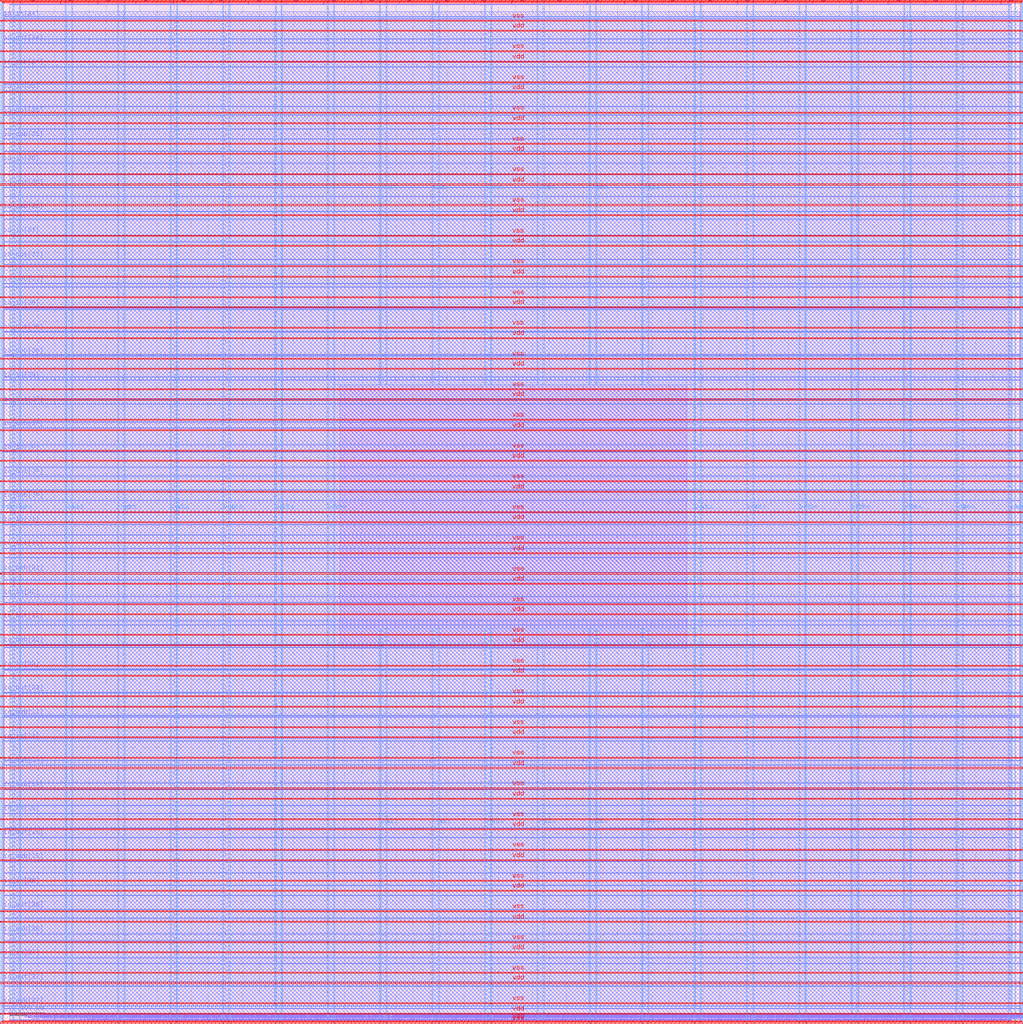
<source format=lef>
VERSION 5.7 ;
  NOWIREEXTENSIONATPIN ON ;
  DIVIDERCHAR "/" ;
  BUSBITCHARS "[]" ;
MACRO user_project_wrapper
  CLASS BLOCK ;
  FOREIGN user_project_wrapper ;
  ORIGIN 0.000 0.000 ;
  SIZE 2980.200 BY 2980.200 ;
  PIN io_in[0]
    DIRECTION INPUT ;
    USE SIGNAL ;
    PORT
      LAYER Metal3 ;
        RECT 2977.800 35.560 2985.000 36.680 ;
    END
  END io_in[0]
  PIN io_in[10]
    DIRECTION INPUT ;
    USE SIGNAL ;
    PORT
      LAYER Metal3 ;
        RECT 2977.800 2017.960 2985.000 2019.080 ;
    END
  END io_in[10]
  PIN io_in[11]
    DIRECTION INPUT ;
    USE SIGNAL ;
    PORT
      LAYER Metal3 ;
        RECT 2977.800 2216.200 2985.000 2217.320 ;
    END
  END io_in[11]
  PIN io_in[12]
    DIRECTION INPUT ;
    USE SIGNAL ;
    PORT
      LAYER Metal3 ;
        RECT 2977.800 2414.440 2985.000 2415.560 ;
    END
  END io_in[12]
  PIN io_in[13]
    DIRECTION INPUT ;
    USE SIGNAL ;
    PORT
      LAYER Metal3 ;
        RECT 2977.800 2612.680 2985.000 2613.800 ;
    END
  END io_in[13]
  PIN io_in[14]
    DIRECTION INPUT ;
    USE SIGNAL ;
    PORT
      LAYER Metal3 ;
        RECT 2977.800 2810.920 2985.000 2812.040 ;
    END
  END io_in[14]
  PIN io_in[15]
    DIRECTION INPUT ;
    USE SIGNAL ;
    PORT
      LAYER Metal2 ;
        RECT 2923.480 2977.800 2924.600 2985.000 ;
    END
  END io_in[15]
  PIN io_in[16]
    DIRECTION INPUT ;
    USE SIGNAL ;
    PORT
      LAYER Metal2 ;
        RECT 2592.520 2977.800 2593.640 2985.000 ;
    END
  END io_in[16]
  PIN io_in[17]
    DIRECTION INPUT ;
    USE SIGNAL ;
    PORT
      LAYER Metal2 ;
        RECT 2261.560 2977.800 2262.680 2985.000 ;
    END
  END io_in[17]
  PIN io_in[18]
    DIRECTION INPUT ;
    USE SIGNAL ;
    PORT
      LAYER Metal2 ;
        RECT 1930.600 2977.800 1931.720 2985.000 ;
    END
  END io_in[18]
  PIN io_in[19]
    DIRECTION INPUT ;
    USE SIGNAL ;
    PORT
      LAYER Metal2 ;
        RECT 1599.640 2977.800 1600.760 2985.000 ;
    END
  END io_in[19]
  PIN io_in[1]
    DIRECTION INPUT ;
    USE SIGNAL ;
    PORT
      LAYER Metal3 ;
        RECT 2977.800 233.800 2985.000 234.920 ;
    END
  END io_in[1]
  PIN io_in[20]
    DIRECTION INPUT ;
    USE SIGNAL ;
    PORT
      LAYER Metal2 ;
        RECT 1268.680 2977.800 1269.800 2985.000 ;
    END
  END io_in[20]
  PIN io_in[21]
    DIRECTION INPUT ;
    USE SIGNAL ;
    PORT
      LAYER Metal2 ;
        RECT 937.720 2977.800 938.840 2985.000 ;
    END
  END io_in[21]
  PIN io_in[22]
    DIRECTION INPUT ;
    USE SIGNAL ;
    PORT
      LAYER Metal2 ;
        RECT 606.760 2977.800 607.880 2985.000 ;
    END
  END io_in[22]
  PIN io_in[23]
    DIRECTION INPUT ;
    USE SIGNAL ;
    PORT
      LAYER Metal2 ;
        RECT 275.800 2977.800 276.920 2985.000 ;
    END
  END io_in[23]
  PIN io_in[24]
    DIRECTION INPUT ;
    USE SIGNAL ;
    PORT
      LAYER Metal3 ;
        RECT -4.800 2935.800 2.400 2936.920 ;
    END
  END io_in[24]
  PIN io_in[25]
    DIRECTION INPUT ;
    USE SIGNAL ;
    PORT
      LAYER Metal3 ;
        RECT -4.800 2724.120 2.400 2725.240 ;
    END
  END io_in[25]
  PIN io_in[26]
    DIRECTION INPUT ;
    USE SIGNAL ;
    PORT
      LAYER Metal3 ;
        RECT -4.800 2512.440 2.400 2513.560 ;
    END
  END io_in[26]
  PIN io_in[27]
    DIRECTION INPUT ;
    USE SIGNAL ;
    PORT
      LAYER Metal3 ;
        RECT -4.800 2300.760 2.400 2301.880 ;
    END
  END io_in[27]
  PIN io_in[28]
    DIRECTION INPUT ;
    USE SIGNAL ;
    PORT
      LAYER Metal3 ;
        RECT -4.800 2089.080 2.400 2090.200 ;
    END
  END io_in[28]
  PIN io_in[29]
    DIRECTION INPUT ;
    USE SIGNAL ;
    PORT
      LAYER Metal3 ;
        RECT -4.800 1877.400 2.400 1878.520 ;
    END
  END io_in[29]
  PIN io_in[2]
    DIRECTION INPUT ;
    USE SIGNAL ;
    PORT
      LAYER Metal3 ;
        RECT 2977.800 432.040 2985.000 433.160 ;
    END
  END io_in[2]
  PIN io_in[30]
    DIRECTION INPUT ;
    USE SIGNAL ;
    PORT
      LAYER Metal3 ;
        RECT -4.800 1665.720 2.400 1666.840 ;
    END
  END io_in[30]
  PIN io_in[31]
    DIRECTION INPUT ;
    USE SIGNAL ;
    PORT
      LAYER Metal3 ;
        RECT -4.800 1454.040 2.400 1455.160 ;
    END
  END io_in[31]
  PIN io_in[32]
    DIRECTION INPUT ;
    USE SIGNAL ;
    PORT
      LAYER Metal3 ;
        RECT -4.800 1242.360 2.400 1243.480 ;
    END
  END io_in[32]
  PIN io_in[33]
    DIRECTION INPUT ;
    USE SIGNAL ;
    PORT
      LAYER Metal3 ;
        RECT -4.800 1030.680 2.400 1031.800 ;
    END
  END io_in[33]
  PIN io_in[34]
    DIRECTION INPUT ;
    USE SIGNAL ;
    PORT
      LAYER Metal3 ;
        RECT -4.800 819.000 2.400 820.120 ;
    END
  END io_in[34]
  PIN io_in[35]
    DIRECTION INPUT ;
    USE SIGNAL ;
    PORT
      LAYER Metal3 ;
        RECT -4.800 607.320 2.400 608.440 ;
    END
  END io_in[35]
  PIN io_in[36]
    DIRECTION INPUT ;
    USE SIGNAL ;
    PORT
      LAYER Metal3 ;
        RECT -4.800 395.640 2.400 396.760 ;
    END
  END io_in[36]
  PIN io_in[37]
    DIRECTION INPUT ;
    USE SIGNAL ;
    PORT
      LAYER Metal3 ;
        RECT -4.800 183.960 2.400 185.080 ;
    END
  END io_in[37]
  PIN io_in[3]
    DIRECTION INPUT ;
    USE SIGNAL ;
    PORT
      LAYER Metal3 ;
        RECT 2977.800 630.280 2985.000 631.400 ;
    END
  END io_in[3]
  PIN io_in[4]
    DIRECTION INPUT ;
    USE SIGNAL ;
    PORT
      LAYER Metal3 ;
        RECT 2977.800 828.520 2985.000 829.640 ;
    END
  END io_in[4]
  PIN io_in[5]
    DIRECTION INPUT ;
    USE SIGNAL ;
    PORT
      LAYER Metal3 ;
        RECT 2977.800 1026.760 2985.000 1027.880 ;
    END
  END io_in[5]
  PIN io_in[6]
    DIRECTION INPUT ;
    USE SIGNAL ;
    PORT
      LAYER Metal3 ;
        RECT 2977.800 1225.000 2985.000 1226.120 ;
    END
  END io_in[6]
  PIN io_in[7]
    DIRECTION INPUT ;
    USE SIGNAL ;
    PORT
      LAYER Metal3 ;
        RECT 2977.800 1423.240 2985.000 1424.360 ;
    END
  END io_in[7]
  PIN io_in[8]
    DIRECTION INPUT ;
    USE SIGNAL ;
    PORT
      LAYER Metal3 ;
        RECT 2977.800 1621.480 2985.000 1622.600 ;
    END
  END io_in[8]
  PIN io_in[9]
    DIRECTION INPUT ;
    USE SIGNAL ;
    PORT
      LAYER Metal3 ;
        RECT 2977.800 1819.720 2985.000 1820.840 ;
    END
  END io_in[9]
  PIN io_oeb[0]
    DIRECTION OUTPUT TRISTATE ;
    USE SIGNAL ;
    PORT
      LAYER Metal3 ;
        RECT 2977.800 167.720 2985.000 168.840 ;
    END
  END io_oeb[0]
  PIN io_oeb[10]
    DIRECTION OUTPUT TRISTATE ;
    USE SIGNAL ;
    PORT
      LAYER Metal3 ;
        RECT 2977.800 2150.120 2985.000 2151.240 ;
    END
  END io_oeb[10]
  PIN io_oeb[11]
    DIRECTION OUTPUT TRISTATE ;
    USE SIGNAL ;
    PORT
      LAYER Metal3 ;
        RECT 2977.800 2348.360 2985.000 2349.480 ;
    END
  END io_oeb[11]
  PIN io_oeb[12]
    DIRECTION OUTPUT TRISTATE ;
    USE SIGNAL ;
    PORT
      LAYER Metal3 ;
        RECT 2977.800 2546.600 2985.000 2547.720 ;
    END
  END io_oeb[12]
  PIN io_oeb[13]
    DIRECTION OUTPUT TRISTATE ;
    USE SIGNAL ;
    PORT
      LAYER Metal3 ;
        RECT 2977.800 2744.840 2985.000 2745.960 ;
    END
  END io_oeb[13]
  PIN io_oeb[14]
    DIRECTION OUTPUT TRISTATE ;
    USE SIGNAL ;
    PORT
      LAYER Metal3 ;
        RECT 2977.800 2943.080 2985.000 2944.200 ;
    END
  END io_oeb[14]
  PIN io_oeb[15]
    DIRECTION OUTPUT TRISTATE ;
    USE SIGNAL ;
    PORT
      LAYER Metal2 ;
        RECT 2702.840 2977.800 2703.960 2985.000 ;
    END
  END io_oeb[15]
  PIN io_oeb[16]
    DIRECTION OUTPUT TRISTATE ;
    USE SIGNAL ;
    PORT
      LAYER Metal2 ;
        RECT 2371.880 2977.800 2373.000 2985.000 ;
    END
  END io_oeb[16]
  PIN io_oeb[17]
    DIRECTION OUTPUT TRISTATE ;
    USE SIGNAL ;
    PORT
      LAYER Metal2 ;
        RECT 2040.920 2977.800 2042.040 2985.000 ;
    END
  END io_oeb[17]
  PIN io_oeb[18]
    DIRECTION OUTPUT TRISTATE ;
    USE SIGNAL ;
    PORT
      LAYER Metal2 ;
        RECT 1709.960 2977.800 1711.080 2985.000 ;
    END
  END io_oeb[18]
  PIN io_oeb[19]
    DIRECTION OUTPUT TRISTATE ;
    USE SIGNAL ;
    PORT
      LAYER Metal2 ;
        RECT 1379.000 2977.800 1380.120 2985.000 ;
    END
  END io_oeb[19]
  PIN io_oeb[1]
    DIRECTION OUTPUT TRISTATE ;
    USE SIGNAL ;
    PORT
      LAYER Metal3 ;
        RECT 2977.800 365.960 2985.000 367.080 ;
    END
  END io_oeb[1]
  PIN io_oeb[20]
    DIRECTION OUTPUT TRISTATE ;
    USE SIGNAL ;
    PORT
      LAYER Metal2 ;
        RECT 1048.040 2977.800 1049.160 2985.000 ;
    END
  END io_oeb[20]
  PIN io_oeb[21]
    DIRECTION OUTPUT TRISTATE ;
    USE SIGNAL ;
    PORT
      LAYER Metal2 ;
        RECT 717.080 2977.800 718.200 2985.000 ;
    END
  END io_oeb[21]
  PIN io_oeb[22]
    DIRECTION OUTPUT TRISTATE ;
    USE SIGNAL ;
    PORT
      LAYER Metal2 ;
        RECT 386.120 2977.800 387.240 2985.000 ;
    END
  END io_oeb[22]
  PIN io_oeb[23]
    DIRECTION OUTPUT TRISTATE ;
    USE SIGNAL ;
    PORT
      LAYER Metal2 ;
        RECT 55.160 2977.800 56.280 2985.000 ;
    END
  END io_oeb[23]
  PIN io_oeb[24]
    DIRECTION OUTPUT TRISTATE ;
    USE SIGNAL ;
    PORT
      LAYER Metal3 ;
        RECT -4.800 2794.680 2.400 2795.800 ;
    END
  END io_oeb[24]
  PIN io_oeb[25]
    DIRECTION OUTPUT TRISTATE ;
    USE SIGNAL ;
    PORT
      LAYER Metal3 ;
        RECT -4.800 2583.000 2.400 2584.120 ;
    END
  END io_oeb[25]
  PIN io_oeb[26]
    DIRECTION OUTPUT TRISTATE ;
    USE SIGNAL ;
    PORT
      LAYER Metal3 ;
        RECT -4.800 2371.320 2.400 2372.440 ;
    END
  END io_oeb[26]
  PIN io_oeb[27]
    DIRECTION OUTPUT TRISTATE ;
    USE SIGNAL ;
    PORT
      LAYER Metal3 ;
        RECT -4.800 2159.640 2.400 2160.760 ;
    END
  END io_oeb[27]
  PIN io_oeb[28]
    DIRECTION OUTPUT TRISTATE ;
    USE SIGNAL ;
    PORT
      LAYER Metal3 ;
        RECT -4.800 1947.960 2.400 1949.080 ;
    END
  END io_oeb[28]
  PIN io_oeb[29]
    DIRECTION OUTPUT TRISTATE ;
    USE SIGNAL ;
    PORT
      LAYER Metal3 ;
        RECT -4.800 1736.280 2.400 1737.400 ;
    END
  END io_oeb[29]
  PIN io_oeb[2]
    DIRECTION OUTPUT TRISTATE ;
    USE SIGNAL ;
    PORT
      LAYER Metal3 ;
        RECT 2977.800 564.200 2985.000 565.320 ;
    END
  END io_oeb[2]
  PIN io_oeb[30]
    DIRECTION OUTPUT TRISTATE ;
    USE SIGNAL ;
    PORT
      LAYER Metal3 ;
        RECT -4.800 1524.600 2.400 1525.720 ;
    END
  END io_oeb[30]
  PIN io_oeb[31]
    DIRECTION OUTPUT TRISTATE ;
    USE SIGNAL ;
    PORT
      LAYER Metal3 ;
        RECT -4.800 1312.920 2.400 1314.040 ;
    END
  END io_oeb[31]
  PIN io_oeb[32]
    DIRECTION OUTPUT TRISTATE ;
    USE SIGNAL ;
    PORT
      LAYER Metal3 ;
        RECT -4.800 1101.240 2.400 1102.360 ;
    END
  END io_oeb[32]
  PIN io_oeb[33]
    DIRECTION OUTPUT TRISTATE ;
    USE SIGNAL ;
    PORT
      LAYER Metal3 ;
        RECT -4.800 889.560 2.400 890.680 ;
    END
  END io_oeb[33]
  PIN io_oeb[34]
    DIRECTION OUTPUT TRISTATE ;
    USE SIGNAL ;
    PORT
      LAYER Metal3 ;
        RECT -4.800 677.880 2.400 679.000 ;
    END
  END io_oeb[34]
  PIN io_oeb[35]
    DIRECTION OUTPUT TRISTATE ;
    USE SIGNAL ;
    PORT
      LAYER Metal3 ;
        RECT -4.800 466.200 2.400 467.320 ;
    END
  END io_oeb[35]
  PIN io_oeb[36]
    DIRECTION OUTPUT TRISTATE ;
    USE SIGNAL ;
    PORT
      LAYER Metal3 ;
        RECT -4.800 254.520 2.400 255.640 ;
    END
  END io_oeb[36]
  PIN io_oeb[37]
    DIRECTION OUTPUT TRISTATE ;
    USE SIGNAL ;
    PORT
      LAYER Metal3 ;
        RECT -4.800 42.840 2.400 43.960 ;
    END
  END io_oeb[37]
  PIN io_oeb[3]
    DIRECTION OUTPUT TRISTATE ;
    USE SIGNAL ;
    PORT
      LAYER Metal3 ;
        RECT 2977.800 762.440 2985.000 763.560 ;
    END
  END io_oeb[3]
  PIN io_oeb[4]
    DIRECTION OUTPUT TRISTATE ;
    USE SIGNAL ;
    PORT
      LAYER Metal3 ;
        RECT 2977.800 960.680 2985.000 961.800 ;
    END
  END io_oeb[4]
  PIN io_oeb[5]
    DIRECTION OUTPUT TRISTATE ;
    USE SIGNAL ;
    PORT
      LAYER Metal3 ;
        RECT 2977.800 1158.920 2985.000 1160.040 ;
    END
  END io_oeb[5]
  PIN io_oeb[6]
    DIRECTION OUTPUT TRISTATE ;
    USE SIGNAL ;
    PORT
      LAYER Metal3 ;
        RECT 2977.800 1357.160 2985.000 1358.280 ;
    END
  END io_oeb[6]
  PIN io_oeb[7]
    DIRECTION OUTPUT TRISTATE ;
    USE SIGNAL ;
    PORT
      LAYER Metal3 ;
        RECT 2977.800 1555.400 2985.000 1556.520 ;
    END
  END io_oeb[7]
  PIN io_oeb[8]
    DIRECTION OUTPUT TRISTATE ;
    USE SIGNAL ;
    PORT
      LAYER Metal3 ;
        RECT 2977.800 1753.640 2985.000 1754.760 ;
    END
  END io_oeb[8]
  PIN io_oeb[9]
    DIRECTION OUTPUT TRISTATE ;
    USE SIGNAL ;
    PORT
      LAYER Metal3 ;
        RECT 2977.800 1951.880 2985.000 1953.000 ;
    END
  END io_oeb[9]
  PIN io_out[0]
    DIRECTION OUTPUT TRISTATE ;
    USE SIGNAL ;
    PORT
      LAYER Metal3 ;
        RECT 2977.800 101.640 2985.000 102.760 ;
    END
  END io_out[0]
  PIN io_out[10]
    DIRECTION OUTPUT TRISTATE ;
    USE SIGNAL ;
    PORT
      LAYER Metal3 ;
        RECT 2977.800 2084.040 2985.000 2085.160 ;
    END
  END io_out[10]
  PIN io_out[11]
    DIRECTION OUTPUT TRISTATE ;
    USE SIGNAL ;
    PORT
      LAYER Metal3 ;
        RECT 2977.800 2282.280 2985.000 2283.400 ;
    END
  END io_out[11]
  PIN io_out[12]
    DIRECTION OUTPUT TRISTATE ;
    USE SIGNAL ;
    PORT
      LAYER Metal3 ;
        RECT 2977.800 2480.520 2985.000 2481.640 ;
    END
  END io_out[12]
  PIN io_out[13]
    DIRECTION OUTPUT TRISTATE ;
    USE SIGNAL ;
    PORT
      LAYER Metal3 ;
        RECT 2977.800 2678.760 2985.000 2679.880 ;
    END
  END io_out[13]
  PIN io_out[14]
    DIRECTION OUTPUT TRISTATE ;
    USE SIGNAL ;
    PORT
      LAYER Metal3 ;
        RECT 2977.800 2877.000 2985.000 2878.120 ;
    END
  END io_out[14]
  PIN io_out[15]
    DIRECTION OUTPUT TRISTATE ;
    USE SIGNAL ;
    PORT
      LAYER Metal2 ;
        RECT 2813.160 2977.800 2814.280 2985.000 ;
    END
  END io_out[15]
  PIN io_out[16]
    DIRECTION OUTPUT TRISTATE ;
    USE SIGNAL ;
    PORT
      LAYER Metal2 ;
        RECT 2482.200 2977.800 2483.320 2985.000 ;
    END
  END io_out[16]
  PIN io_out[17]
    DIRECTION OUTPUT TRISTATE ;
    USE SIGNAL ;
    PORT
      LAYER Metal2 ;
        RECT 2151.240 2977.800 2152.360 2985.000 ;
    END
  END io_out[17]
  PIN io_out[18]
    DIRECTION OUTPUT TRISTATE ;
    USE SIGNAL ;
    PORT
      LAYER Metal2 ;
        RECT 1820.280 2977.800 1821.400 2985.000 ;
    END
  END io_out[18]
  PIN io_out[19]
    DIRECTION OUTPUT TRISTATE ;
    USE SIGNAL ;
    PORT
      LAYER Metal2 ;
        RECT 1489.320 2977.800 1490.440 2985.000 ;
    END
  END io_out[19]
  PIN io_out[1]
    DIRECTION OUTPUT TRISTATE ;
    USE SIGNAL ;
    PORT
      LAYER Metal3 ;
        RECT 2977.800 299.880 2985.000 301.000 ;
    END
  END io_out[1]
  PIN io_out[20]
    DIRECTION OUTPUT TRISTATE ;
    USE SIGNAL ;
    PORT
      LAYER Metal2 ;
        RECT 1158.360 2977.800 1159.480 2985.000 ;
    END
  END io_out[20]
  PIN io_out[21]
    DIRECTION OUTPUT TRISTATE ;
    USE SIGNAL ;
    PORT
      LAYER Metal2 ;
        RECT 827.400 2977.800 828.520 2985.000 ;
    END
  END io_out[21]
  PIN io_out[22]
    DIRECTION OUTPUT TRISTATE ;
    USE SIGNAL ;
    PORT
      LAYER Metal2 ;
        RECT 496.440 2977.800 497.560 2985.000 ;
    END
  END io_out[22]
  PIN io_out[23]
    DIRECTION OUTPUT TRISTATE ;
    USE SIGNAL ;
    PORT
      LAYER Metal2 ;
        RECT 165.480 2977.800 166.600 2985.000 ;
    END
  END io_out[23]
  PIN io_out[24]
    DIRECTION OUTPUT TRISTATE ;
    USE SIGNAL ;
    PORT
      LAYER Metal3 ;
        RECT -4.800 2865.240 2.400 2866.360 ;
    END
  END io_out[24]
  PIN io_out[25]
    DIRECTION OUTPUT TRISTATE ;
    USE SIGNAL ;
    PORT
      LAYER Metal3 ;
        RECT -4.800 2653.560 2.400 2654.680 ;
    END
  END io_out[25]
  PIN io_out[26]
    DIRECTION OUTPUT TRISTATE ;
    USE SIGNAL ;
    PORT
      LAYER Metal3 ;
        RECT -4.800 2441.880 2.400 2443.000 ;
    END
  END io_out[26]
  PIN io_out[27]
    DIRECTION OUTPUT TRISTATE ;
    USE SIGNAL ;
    PORT
      LAYER Metal3 ;
        RECT -4.800 2230.200 2.400 2231.320 ;
    END
  END io_out[27]
  PIN io_out[28]
    DIRECTION OUTPUT TRISTATE ;
    USE SIGNAL ;
    PORT
      LAYER Metal3 ;
        RECT -4.800 2018.520 2.400 2019.640 ;
    END
  END io_out[28]
  PIN io_out[29]
    DIRECTION OUTPUT TRISTATE ;
    USE SIGNAL ;
    PORT
      LAYER Metal3 ;
        RECT -4.800 1806.840 2.400 1807.960 ;
    END
  END io_out[29]
  PIN io_out[2]
    DIRECTION OUTPUT TRISTATE ;
    USE SIGNAL ;
    PORT
      LAYER Metal3 ;
        RECT 2977.800 498.120 2985.000 499.240 ;
    END
  END io_out[2]
  PIN io_out[30]
    DIRECTION OUTPUT TRISTATE ;
    USE SIGNAL ;
    PORT
      LAYER Metal3 ;
        RECT -4.800 1595.160 2.400 1596.280 ;
    END
  END io_out[30]
  PIN io_out[31]
    DIRECTION OUTPUT TRISTATE ;
    USE SIGNAL ;
    PORT
      LAYER Metal3 ;
        RECT -4.800 1383.480 2.400 1384.600 ;
    END
  END io_out[31]
  PIN io_out[32]
    DIRECTION OUTPUT TRISTATE ;
    USE SIGNAL ;
    PORT
      LAYER Metal3 ;
        RECT -4.800 1171.800 2.400 1172.920 ;
    END
  END io_out[32]
  PIN io_out[33]
    DIRECTION OUTPUT TRISTATE ;
    USE SIGNAL ;
    PORT
      LAYER Metal3 ;
        RECT -4.800 960.120 2.400 961.240 ;
    END
  END io_out[33]
  PIN io_out[34]
    DIRECTION OUTPUT TRISTATE ;
    USE SIGNAL ;
    PORT
      LAYER Metal3 ;
        RECT -4.800 748.440 2.400 749.560 ;
    END
  END io_out[34]
  PIN io_out[35]
    DIRECTION OUTPUT TRISTATE ;
    USE SIGNAL ;
    PORT
      LAYER Metal3 ;
        RECT -4.800 536.760 2.400 537.880 ;
    END
  END io_out[35]
  PIN io_out[36]
    DIRECTION OUTPUT TRISTATE ;
    USE SIGNAL ;
    PORT
      LAYER Metal3 ;
        RECT -4.800 325.080 2.400 326.200 ;
    END
  END io_out[36]
  PIN io_out[37]
    DIRECTION OUTPUT TRISTATE ;
    USE SIGNAL ;
    PORT
      LAYER Metal3 ;
        RECT -4.800 113.400 2.400 114.520 ;
    END
  END io_out[37]
  PIN io_out[3]
    DIRECTION OUTPUT TRISTATE ;
    USE SIGNAL ;
    PORT
      LAYER Metal3 ;
        RECT 2977.800 696.360 2985.000 697.480 ;
    END
  END io_out[3]
  PIN io_out[4]
    DIRECTION OUTPUT TRISTATE ;
    USE SIGNAL ;
    PORT
      LAYER Metal3 ;
        RECT 2977.800 894.600 2985.000 895.720 ;
    END
  END io_out[4]
  PIN io_out[5]
    DIRECTION OUTPUT TRISTATE ;
    USE SIGNAL ;
    PORT
      LAYER Metal3 ;
        RECT 2977.800 1092.840 2985.000 1093.960 ;
    END
  END io_out[5]
  PIN io_out[6]
    DIRECTION OUTPUT TRISTATE ;
    USE SIGNAL ;
    PORT
      LAYER Metal3 ;
        RECT 2977.800 1291.080 2985.000 1292.200 ;
    END
  END io_out[6]
  PIN io_out[7]
    DIRECTION OUTPUT TRISTATE ;
    USE SIGNAL ;
    PORT
      LAYER Metal3 ;
        RECT 2977.800 1489.320 2985.000 1490.440 ;
    END
  END io_out[7]
  PIN io_out[8]
    DIRECTION OUTPUT TRISTATE ;
    USE SIGNAL ;
    PORT
      LAYER Metal3 ;
        RECT 2977.800 1687.560 2985.000 1688.680 ;
    END
  END io_out[8]
  PIN io_out[9]
    DIRECTION OUTPUT TRISTATE ;
    USE SIGNAL ;
    PORT
      LAYER Metal3 ;
        RECT 2977.800 1885.800 2985.000 1886.920 ;
    END
  END io_out[9]
  PIN la_data_in[0]
    DIRECTION INPUT ;
    USE SIGNAL ;
    PORT
      LAYER Metal2 ;
        RECT 1065.960 -4.800 1067.080 2.400 ;
    END
  END la_data_in[0]
  PIN la_data_in[10]
    DIRECTION INPUT ;
    USE SIGNAL ;
    PORT
      LAYER Metal2 ;
        RECT 1351.560 -4.800 1352.680 2.400 ;
    END
  END la_data_in[10]
  PIN la_data_in[11]
    DIRECTION INPUT ;
    USE SIGNAL ;
    PORT
      LAYER Metal2 ;
        RECT 1380.120 -4.800 1381.240 2.400 ;
    END
  END la_data_in[11]
  PIN la_data_in[12]
    DIRECTION INPUT ;
    USE SIGNAL ;
    PORT
      LAYER Metal2 ;
        RECT 1408.680 -4.800 1409.800 2.400 ;
    END
  END la_data_in[12]
  PIN la_data_in[13]
    DIRECTION INPUT ;
    USE SIGNAL ;
    PORT
      LAYER Metal2 ;
        RECT 1437.240 -4.800 1438.360 2.400 ;
    END
  END la_data_in[13]
  PIN la_data_in[14]
    DIRECTION INPUT ;
    USE SIGNAL ;
    PORT
      LAYER Metal2 ;
        RECT 1465.800 -4.800 1466.920 2.400 ;
    END
  END la_data_in[14]
  PIN la_data_in[15]
    DIRECTION INPUT ;
    USE SIGNAL ;
    PORT
      LAYER Metal2 ;
        RECT 1494.360 -4.800 1495.480 2.400 ;
    END
  END la_data_in[15]
  PIN la_data_in[16]
    DIRECTION INPUT ;
    USE SIGNAL ;
    PORT
      LAYER Metal2 ;
        RECT 1522.920 -4.800 1524.040 2.400 ;
    END
  END la_data_in[16]
  PIN la_data_in[17]
    DIRECTION INPUT ;
    USE SIGNAL ;
    PORT
      LAYER Metal2 ;
        RECT 1551.480 -4.800 1552.600 2.400 ;
    END
  END la_data_in[17]
  PIN la_data_in[18]
    DIRECTION INPUT ;
    USE SIGNAL ;
    PORT
      LAYER Metal2 ;
        RECT 1580.040 -4.800 1581.160 2.400 ;
    END
  END la_data_in[18]
  PIN la_data_in[19]
    DIRECTION INPUT ;
    USE SIGNAL ;
    PORT
      LAYER Metal2 ;
        RECT 1608.600 -4.800 1609.720 2.400 ;
    END
  END la_data_in[19]
  PIN la_data_in[1]
    DIRECTION INPUT ;
    USE SIGNAL ;
    PORT
      LAYER Metal2 ;
        RECT 1094.520 -4.800 1095.640 2.400 ;
    END
  END la_data_in[1]
  PIN la_data_in[20]
    DIRECTION INPUT ;
    USE SIGNAL ;
    PORT
      LAYER Metal2 ;
        RECT 1637.160 -4.800 1638.280 2.400 ;
    END
  END la_data_in[20]
  PIN la_data_in[21]
    DIRECTION INPUT ;
    USE SIGNAL ;
    PORT
      LAYER Metal2 ;
        RECT 1665.720 -4.800 1666.840 2.400 ;
    END
  END la_data_in[21]
  PIN la_data_in[22]
    DIRECTION INPUT ;
    USE SIGNAL ;
    PORT
      LAYER Metal2 ;
        RECT 1694.280 -4.800 1695.400 2.400 ;
    END
  END la_data_in[22]
  PIN la_data_in[23]
    DIRECTION INPUT ;
    USE SIGNAL ;
    PORT
      LAYER Metal2 ;
        RECT 1722.840 -4.800 1723.960 2.400 ;
    END
  END la_data_in[23]
  PIN la_data_in[24]
    DIRECTION INPUT ;
    USE SIGNAL ;
    PORT
      LAYER Metal2 ;
        RECT 1751.400 -4.800 1752.520 2.400 ;
    END
  END la_data_in[24]
  PIN la_data_in[25]
    DIRECTION INPUT ;
    USE SIGNAL ;
    PORT
      LAYER Metal2 ;
        RECT 1779.960 -4.800 1781.080 2.400 ;
    END
  END la_data_in[25]
  PIN la_data_in[26]
    DIRECTION INPUT ;
    USE SIGNAL ;
    PORT
      LAYER Metal2 ;
        RECT 1808.520 -4.800 1809.640 2.400 ;
    END
  END la_data_in[26]
  PIN la_data_in[27]
    DIRECTION INPUT ;
    USE SIGNAL ;
    PORT
      LAYER Metal2 ;
        RECT 1837.080 -4.800 1838.200 2.400 ;
    END
  END la_data_in[27]
  PIN la_data_in[28]
    DIRECTION INPUT ;
    USE SIGNAL ;
    PORT
      LAYER Metal2 ;
        RECT 1865.640 -4.800 1866.760 2.400 ;
    END
  END la_data_in[28]
  PIN la_data_in[29]
    DIRECTION INPUT ;
    USE SIGNAL ;
    PORT
      LAYER Metal2 ;
        RECT 1894.200 -4.800 1895.320 2.400 ;
    END
  END la_data_in[29]
  PIN la_data_in[2]
    DIRECTION INPUT ;
    USE SIGNAL ;
    PORT
      LAYER Metal2 ;
        RECT 1123.080 -4.800 1124.200 2.400 ;
    END
  END la_data_in[2]
  PIN la_data_in[30]
    DIRECTION INPUT ;
    USE SIGNAL ;
    PORT
      LAYER Metal2 ;
        RECT 1922.760 -4.800 1923.880 2.400 ;
    END
  END la_data_in[30]
  PIN la_data_in[31]
    DIRECTION INPUT ;
    USE SIGNAL ;
    PORT
      LAYER Metal2 ;
        RECT 1951.320 -4.800 1952.440 2.400 ;
    END
  END la_data_in[31]
  PIN la_data_in[32]
    DIRECTION INPUT ;
    USE SIGNAL ;
    PORT
      LAYER Metal2 ;
        RECT 1979.880 -4.800 1981.000 2.400 ;
    END
  END la_data_in[32]
  PIN la_data_in[33]
    DIRECTION INPUT ;
    USE SIGNAL ;
    PORT
      LAYER Metal2 ;
        RECT 2008.440 -4.800 2009.560 2.400 ;
    END
  END la_data_in[33]
  PIN la_data_in[34]
    DIRECTION INPUT ;
    USE SIGNAL ;
    PORT
      LAYER Metal2 ;
        RECT 2037.000 -4.800 2038.120 2.400 ;
    END
  END la_data_in[34]
  PIN la_data_in[35]
    DIRECTION INPUT ;
    USE SIGNAL ;
    PORT
      LAYER Metal2 ;
        RECT 2065.560 -4.800 2066.680 2.400 ;
    END
  END la_data_in[35]
  PIN la_data_in[36]
    DIRECTION INPUT ;
    USE SIGNAL ;
    PORT
      LAYER Metal2 ;
        RECT 2094.120 -4.800 2095.240 2.400 ;
    END
  END la_data_in[36]
  PIN la_data_in[37]
    DIRECTION INPUT ;
    USE SIGNAL ;
    PORT
      LAYER Metal2 ;
        RECT 2122.680 -4.800 2123.800 2.400 ;
    END
  END la_data_in[37]
  PIN la_data_in[38]
    DIRECTION INPUT ;
    USE SIGNAL ;
    PORT
      LAYER Metal2 ;
        RECT 2151.240 -4.800 2152.360 2.400 ;
    END
  END la_data_in[38]
  PIN la_data_in[39]
    DIRECTION INPUT ;
    USE SIGNAL ;
    PORT
      LAYER Metal2 ;
        RECT 2179.800 -4.800 2180.920 2.400 ;
    END
  END la_data_in[39]
  PIN la_data_in[3]
    DIRECTION INPUT ;
    USE SIGNAL ;
    PORT
      LAYER Metal2 ;
        RECT 1151.640 -4.800 1152.760 2.400 ;
    END
  END la_data_in[3]
  PIN la_data_in[40]
    DIRECTION INPUT ;
    USE SIGNAL ;
    PORT
      LAYER Metal2 ;
        RECT 2208.360 -4.800 2209.480 2.400 ;
    END
  END la_data_in[40]
  PIN la_data_in[41]
    DIRECTION INPUT ;
    USE SIGNAL ;
    PORT
      LAYER Metal2 ;
        RECT 2236.920 -4.800 2238.040 2.400 ;
    END
  END la_data_in[41]
  PIN la_data_in[42]
    DIRECTION INPUT ;
    USE SIGNAL ;
    PORT
      LAYER Metal2 ;
        RECT 2265.480 -4.800 2266.600 2.400 ;
    END
  END la_data_in[42]
  PIN la_data_in[43]
    DIRECTION INPUT ;
    USE SIGNAL ;
    PORT
      LAYER Metal2 ;
        RECT 2294.040 -4.800 2295.160 2.400 ;
    END
  END la_data_in[43]
  PIN la_data_in[44]
    DIRECTION INPUT ;
    USE SIGNAL ;
    PORT
      LAYER Metal2 ;
        RECT 2322.600 -4.800 2323.720 2.400 ;
    END
  END la_data_in[44]
  PIN la_data_in[45]
    DIRECTION INPUT ;
    USE SIGNAL ;
    PORT
      LAYER Metal2 ;
        RECT 2351.160 -4.800 2352.280 2.400 ;
    END
  END la_data_in[45]
  PIN la_data_in[46]
    DIRECTION INPUT ;
    USE SIGNAL ;
    PORT
      LAYER Metal2 ;
        RECT 2379.720 -4.800 2380.840 2.400 ;
    END
  END la_data_in[46]
  PIN la_data_in[47]
    DIRECTION INPUT ;
    USE SIGNAL ;
    PORT
      LAYER Metal2 ;
        RECT 2408.280 -4.800 2409.400 2.400 ;
    END
  END la_data_in[47]
  PIN la_data_in[48]
    DIRECTION INPUT ;
    USE SIGNAL ;
    PORT
      LAYER Metal2 ;
        RECT 2436.840 -4.800 2437.960 2.400 ;
    END
  END la_data_in[48]
  PIN la_data_in[49]
    DIRECTION INPUT ;
    USE SIGNAL ;
    PORT
      LAYER Metal2 ;
        RECT 2465.400 -4.800 2466.520 2.400 ;
    END
  END la_data_in[49]
  PIN la_data_in[4]
    DIRECTION INPUT ;
    USE SIGNAL ;
    PORT
      LAYER Metal2 ;
        RECT 1180.200 -4.800 1181.320 2.400 ;
    END
  END la_data_in[4]
  PIN la_data_in[50]
    DIRECTION INPUT ;
    USE SIGNAL ;
    PORT
      LAYER Metal2 ;
        RECT 2493.960 -4.800 2495.080 2.400 ;
    END
  END la_data_in[50]
  PIN la_data_in[51]
    DIRECTION INPUT ;
    USE SIGNAL ;
    PORT
      LAYER Metal2 ;
        RECT 2522.520 -4.800 2523.640 2.400 ;
    END
  END la_data_in[51]
  PIN la_data_in[52]
    DIRECTION INPUT ;
    USE SIGNAL ;
    PORT
      LAYER Metal2 ;
        RECT 2551.080 -4.800 2552.200 2.400 ;
    END
  END la_data_in[52]
  PIN la_data_in[53]
    DIRECTION INPUT ;
    USE SIGNAL ;
    PORT
      LAYER Metal2 ;
        RECT 2579.640 -4.800 2580.760 2.400 ;
    END
  END la_data_in[53]
  PIN la_data_in[54]
    DIRECTION INPUT ;
    USE SIGNAL ;
    PORT
      LAYER Metal2 ;
        RECT 2608.200 -4.800 2609.320 2.400 ;
    END
  END la_data_in[54]
  PIN la_data_in[55]
    DIRECTION INPUT ;
    USE SIGNAL ;
    PORT
      LAYER Metal2 ;
        RECT 2636.760 -4.800 2637.880 2.400 ;
    END
  END la_data_in[55]
  PIN la_data_in[56]
    DIRECTION INPUT ;
    USE SIGNAL ;
    PORT
      LAYER Metal2 ;
        RECT 2665.320 -4.800 2666.440 2.400 ;
    END
  END la_data_in[56]
  PIN la_data_in[57]
    DIRECTION INPUT ;
    USE SIGNAL ;
    PORT
      LAYER Metal2 ;
        RECT 2693.880 -4.800 2695.000 2.400 ;
    END
  END la_data_in[57]
  PIN la_data_in[58]
    DIRECTION INPUT ;
    USE SIGNAL ;
    PORT
      LAYER Metal2 ;
        RECT 2722.440 -4.800 2723.560 2.400 ;
    END
  END la_data_in[58]
  PIN la_data_in[59]
    DIRECTION INPUT ;
    USE SIGNAL ;
    PORT
      LAYER Metal2 ;
        RECT 2751.000 -4.800 2752.120 2.400 ;
    END
  END la_data_in[59]
  PIN la_data_in[5]
    DIRECTION INPUT ;
    USE SIGNAL ;
    PORT
      LAYER Metal2 ;
        RECT 1208.760 -4.800 1209.880 2.400 ;
    END
  END la_data_in[5]
  PIN la_data_in[60]
    DIRECTION INPUT ;
    USE SIGNAL ;
    PORT
      LAYER Metal2 ;
        RECT 2779.560 -4.800 2780.680 2.400 ;
    END
  END la_data_in[60]
  PIN la_data_in[61]
    DIRECTION INPUT ;
    USE SIGNAL ;
    PORT
      LAYER Metal2 ;
        RECT 2808.120 -4.800 2809.240 2.400 ;
    END
  END la_data_in[61]
  PIN la_data_in[62]
    DIRECTION INPUT ;
    USE SIGNAL ;
    PORT
      LAYER Metal2 ;
        RECT 2836.680 -4.800 2837.800 2.400 ;
    END
  END la_data_in[62]
  PIN la_data_in[63]
    DIRECTION INPUT ;
    USE SIGNAL ;
    PORT
      LAYER Metal2 ;
        RECT 2865.240 -4.800 2866.360 2.400 ;
    END
  END la_data_in[63]
  PIN la_data_in[6]
    DIRECTION INPUT ;
    USE SIGNAL ;
    PORT
      LAYER Metal2 ;
        RECT 1237.320 -4.800 1238.440 2.400 ;
    END
  END la_data_in[6]
  PIN la_data_in[7]
    DIRECTION INPUT ;
    USE SIGNAL ;
    PORT
      LAYER Metal2 ;
        RECT 1265.880 -4.800 1267.000 2.400 ;
    END
  END la_data_in[7]
  PIN la_data_in[8]
    DIRECTION INPUT ;
    USE SIGNAL ;
    PORT
      LAYER Metal2 ;
        RECT 1294.440 -4.800 1295.560 2.400 ;
    END
  END la_data_in[8]
  PIN la_data_in[9]
    DIRECTION INPUT ;
    USE SIGNAL ;
    PORT
      LAYER Metal2 ;
        RECT 1323.000 -4.800 1324.120 2.400 ;
    END
  END la_data_in[9]
  PIN la_data_out[0]
    DIRECTION OUTPUT TRISTATE ;
    USE SIGNAL ;
    PORT
      LAYER Metal2 ;
        RECT 1075.480 -4.800 1076.600 2.400 ;
    END
  END la_data_out[0]
  PIN la_data_out[10]
    DIRECTION OUTPUT TRISTATE ;
    USE SIGNAL ;
    PORT
      LAYER Metal2 ;
        RECT 1361.080 -4.800 1362.200 2.400 ;
    END
  END la_data_out[10]
  PIN la_data_out[11]
    DIRECTION OUTPUT TRISTATE ;
    USE SIGNAL ;
    PORT
      LAYER Metal2 ;
        RECT 1389.640 -4.800 1390.760 2.400 ;
    END
  END la_data_out[11]
  PIN la_data_out[12]
    DIRECTION OUTPUT TRISTATE ;
    USE SIGNAL ;
    PORT
      LAYER Metal2 ;
        RECT 1418.200 -4.800 1419.320 2.400 ;
    END
  END la_data_out[12]
  PIN la_data_out[13]
    DIRECTION OUTPUT TRISTATE ;
    USE SIGNAL ;
    PORT
      LAYER Metal2 ;
        RECT 1446.760 -4.800 1447.880 2.400 ;
    END
  END la_data_out[13]
  PIN la_data_out[14]
    DIRECTION OUTPUT TRISTATE ;
    USE SIGNAL ;
    PORT
      LAYER Metal2 ;
        RECT 1475.320 -4.800 1476.440 2.400 ;
    END
  END la_data_out[14]
  PIN la_data_out[15]
    DIRECTION OUTPUT TRISTATE ;
    USE SIGNAL ;
    PORT
      LAYER Metal2 ;
        RECT 1503.880 -4.800 1505.000 2.400 ;
    END
  END la_data_out[15]
  PIN la_data_out[16]
    DIRECTION OUTPUT TRISTATE ;
    USE SIGNAL ;
    PORT
      LAYER Metal2 ;
        RECT 1532.440 -4.800 1533.560 2.400 ;
    END
  END la_data_out[16]
  PIN la_data_out[17]
    DIRECTION OUTPUT TRISTATE ;
    USE SIGNAL ;
    PORT
      LAYER Metal2 ;
        RECT 1561.000 -4.800 1562.120 2.400 ;
    END
  END la_data_out[17]
  PIN la_data_out[18]
    DIRECTION OUTPUT TRISTATE ;
    USE SIGNAL ;
    PORT
      LAYER Metal2 ;
        RECT 1589.560 -4.800 1590.680 2.400 ;
    END
  END la_data_out[18]
  PIN la_data_out[19]
    DIRECTION OUTPUT TRISTATE ;
    USE SIGNAL ;
    PORT
      LAYER Metal2 ;
        RECT 1618.120 -4.800 1619.240 2.400 ;
    END
  END la_data_out[19]
  PIN la_data_out[1]
    DIRECTION OUTPUT TRISTATE ;
    USE SIGNAL ;
    PORT
      LAYER Metal2 ;
        RECT 1104.040 -4.800 1105.160 2.400 ;
    END
  END la_data_out[1]
  PIN la_data_out[20]
    DIRECTION OUTPUT TRISTATE ;
    USE SIGNAL ;
    PORT
      LAYER Metal2 ;
        RECT 1646.680 -4.800 1647.800 2.400 ;
    END
  END la_data_out[20]
  PIN la_data_out[21]
    DIRECTION OUTPUT TRISTATE ;
    USE SIGNAL ;
    PORT
      LAYER Metal2 ;
        RECT 1675.240 -4.800 1676.360 2.400 ;
    END
  END la_data_out[21]
  PIN la_data_out[22]
    DIRECTION OUTPUT TRISTATE ;
    USE SIGNAL ;
    PORT
      LAYER Metal2 ;
        RECT 1703.800 -4.800 1704.920 2.400 ;
    END
  END la_data_out[22]
  PIN la_data_out[23]
    DIRECTION OUTPUT TRISTATE ;
    USE SIGNAL ;
    PORT
      LAYER Metal2 ;
        RECT 1732.360 -4.800 1733.480 2.400 ;
    END
  END la_data_out[23]
  PIN la_data_out[24]
    DIRECTION OUTPUT TRISTATE ;
    USE SIGNAL ;
    PORT
      LAYER Metal2 ;
        RECT 1760.920 -4.800 1762.040 2.400 ;
    END
  END la_data_out[24]
  PIN la_data_out[25]
    DIRECTION OUTPUT TRISTATE ;
    USE SIGNAL ;
    PORT
      LAYER Metal2 ;
        RECT 1789.480 -4.800 1790.600 2.400 ;
    END
  END la_data_out[25]
  PIN la_data_out[26]
    DIRECTION OUTPUT TRISTATE ;
    USE SIGNAL ;
    PORT
      LAYER Metal2 ;
        RECT 1818.040 -4.800 1819.160 2.400 ;
    END
  END la_data_out[26]
  PIN la_data_out[27]
    DIRECTION OUTPUT TRISTATE ;
    USE SIGNAL ;
    PORT
      LAYER Metal2 ;
        RECT 1846.600 -4.800 1847.720 2.400 ;
    END
  END la_data_out[27]
  PIN la_data_out[28]
    DIRECTION OUTPUT TRISTATE ;
    USE SIGNAL ;
    PORT
      LAYER Metal2 ;
        RECT 1875.160 -4.800 1876.280 2.400 ;
    END
  END la_data_out[28]
  PIN la_data_out[29]
    DIRECTION OUTPUT TRISTATE ;
    USE SIGNAL ;
    PORT
      LAYER Metal2 ;
        RECT 1903.720 -4.800 1904.840 2.400 ;
    END
  END la_data_out[29]
  PIN la_data_out[2]
    DIRECTION OUTPUT TRISTATE ;
    USE SIGNAL ;
    PORT
      LAYER Metal2 ;
        RECT 1132.600 -4.800 1133.720 2.400 ;
    END
  END la_data_out[2]
  PIN la_data_out[30]
    DIRECTION OUTPUT TRISTATE ;
    USE SIGNAL ;
    PORT
      LAYER Metal2 ;
        RECT 1932.280 -4.800 1933.400 2.400 ;
    END
  END la_data_out[30]
  PIN la_data_out[31]
    DIRECTION OUTPUT TRISTATE ;
    USE SIGNAL ;
    PORT
      LAYER Metal2 ;
        RECT 1960.840 -4.800 1961.960 2.400 ;
    END
  END la_data_out[31]
  PIN la_data_out[32]
    DIRECTION OUTPUT TRISTATE ;
    USE SIGNAL ;
    PORT
      LAYER Metal2 ;
        RECT 1989.400 -4.800 1990.520 2.400 ;
    END
  END la_data_out[32]
  PIN la_data_out[33]
    DIRECTION OUTPUT TRISTATE ;
    USE SIGNAL ;
    PORT
      LAYER Metal2 ;
        RECT 2017.960 -4.800 2019.080 2.400 ;
    END
  END la_data_out[33]
  PIN la_data_out[34]
    DIRECTION OUTPUT TRISTATE ;
    USE SIGNAL ;
    PORT
      LAYER Metal2 ;
        RECT 2046.520 -4.800 2047.640 2.400 ;
    END
  END la_data_out[34]
  PIN la_data_out[35]
    DIRECTION OUTPUT TRISTATE ;
    USE SIGNAL ;
    PORT
      LAYER Metal2 ;
        RECT 2075.080 -4.800 2076.200 2.400 ;
    END
  END la_data_out[35]
  PIN la_data_out[36]
    DIRECTION OUTPUT TRISTATE ;
    USE SIGNAL ;
    PORT
      LAYER Metal2 ;
        RECT 2103.640 -4.800 2104.760 2.400 ;
    END
  END la_data_out[36]
  PIN la_data_out[37]
    DIRECTION OUTPUT TRISTATE ;
    USE SIGNAL ;
    PORT
      LAYER Metal2 ;
        RECT 2132.200 -4.800 2133.320 2.400 ;
    END
  END la_data_out[37]
  PIN la_data_out[38]
    DIRECTION OUTPUT TRISTATE ;
    USE SIGNAL ;
    PORT
      LAYER Metal2 ;
        RECT 2160.760 -4.800 2161.880 2.400 ;
    END
  END la_data_out[38]
  PIN la_data_out[39]
    DIRECTION OUTPUT TRISTATE ;
    USE SIGNAL ;
    PORT
      LAYER Metal2 ;
        RECT 2189.320 -4.800 2190.440 2.400 ;
    END
  END la_data_out[39]
  PIN la_data_out[3]
    DIRECTION OUTPUT TRISTATE ;
    USE SIGNAL ;
    PORT
      LAYER Metal2 ;
        RECT 1161.160 -4.800 1162.280 2.400 ;
    END
  END la_data_out[3]
  PIN la_data_out[40]
    DIRECTION OUTPUT TRISTATE ;
    USE SIGNAL ;
    PORT
      LAYER Metal2 ;
        RECT 2217.880 -4.800 2219.000 2.400 ;
    END
  END la_data_out[40]
  PIN la_data_out[41]
    DIRECTION OUTPUT TRISTATE ;
    USE SIGNAL ;
    PORT
      LAYER Metal2 ;
        RECT 2246.440 -4.800 2247.560 2.400 ;
    END
  END la_data_out[41]
  PIN la_data_out[42]
    DIRECTION OUTPUT TRISTATE ;
    USE SIGNAL ;
    PORT
      LAYER Metal2 ;
        RECT 2275.000 -4.800 2276.120 2.400 ;
    END
  END la_data_out[42]
  PIN la_data_out[43]
    DIRECTION OUTPUT TRISTATE ;
    USE SIGNAL ;
    PORT
      LAYER Metal2 ;
        RECT 2303.560 -4.800 2304.680 2.400 ;
    END
  END la_data_out[43]
  PIN la_data_out[44]
    DIRECTION OUTPUT TRISTATE ;
    USE SIGNAL ;
    PORT
      LAYER Metal2 ;
        RECT 2332.120 -4.800 2333.240 2.400 ;
    END
  END la_data_out[44]
  PIN la_data_out[45]
    DIRECTION OUTPUT TRISTATE ;
    USE SIGNAL ;
    PORT
      LAYER Metal2 ;
        RECT 2360.680 -4.800 2361.800 2.400 ;
    END
  END la_data_out[45]
  PIN la_data_out[46]
    DIRECTION OUTPUT TRISTATE ;
    USE SIGNAL ;
    PORT
      LAYER Metal2 ;
        RECT 2389.240 -4.800 2390.360 2.400 ;
    END
  END la_data_out[46]
  PIN la_data_out[47]
    DIRECTION OUTPUT TRISTATE ;
    USE SIGNAL ;
    PORT
      LAYER Metal2 ;
        RECT 2417.800 -4.800 2418.920 2.400 ;
    END
  END la_data_out[47]
  PIN la_data_out[48]
    DIRECTION OUTPUT TRISTATE ;
    USE SIGNAL ;
    PORT
      LAYER Metal2 ;
        RECT 2446.360 -4.800 2447.480 2.400 ;
    END
  END la_data_out[48]
  PIN la_data_out[49]
    DIRECTION OUTPUT TRISTATE ;
    USE SIGNAL ;
    PORT
      LAYER Metal2 ;
        RECT 2474.920 -4.800 2476.040 2.400 ;
    END
  END la_data_out[49]
  PIN la_data_out[4]
    DIRECTION OUTPUT TRISTATE ;
    USE SIGNAL ;
    PORT
      LAYER Metal2 ;
        RECT 1189.720 -4.800 1190.840 2.400 ;
    END
  END la_data_out[4]
  PIN la_data_out[50]
    DIRECTION OUTPUT TRISTATE ;
    USE SIGNAL ;
    PORT
      LAYER Metal2 ;
        RECT 2503.480 -4.800 2504.600 2.400 ;
    END
  END la_data_out[50]
  PIN la_data_out[51]
    DIRECTION OUTPUT TRISTATE ;
    USE SIGNAL ;
    PORT
      LAYER Metal2 ;
        RECT 2532.040 -4.800 2533.160 2.400 ;
    END
  END la_data_out[51]
  PIN la_data_out[52]
    DIRECTION OUTPUT TRISTATE ;
    USE SIGNAL ;
    PORT
      LAYER Metal2 ;
        RECT 2560.600 -4.800 2561.720 2.400 ;
    END
  END la_data_out[52]
  PIN la_data_out[53]
    DIRECTION OUTPUT TRISTATE ;
    USE SIGNAL ;
    PORT
      LAYER Metal2 ;
        RECT 2589.160 -4.800 2590.280 2.400 ;
    END
  END la_data_out[53]
  PIN la_data_out[54]
    DIRECTION OUTPUT TRISTATE ;
    USE SIGNAL ;
    PORT
      LAYER Metal2 ;
        RECT 2617.720 -4.800 2618.840 2.400 ;
    END
  END la_data_out[54]
  PIN la_data_out[55]
    DIRECTION OUTPUT TRISTATE ;
    USE SIGNAL ;
    PORT
      LAYER Metal2 ;
        RECT 2646.280 -4.800 2647.400 2.400 ;
    END
  END la_data_out[55]
  PIN la_data_out[56]
    DIRECTION OUTPUT TRISTATE ;
    USE SIGNAL ;
    PORT
      LAYER Metal2 ;
        RECT 2674.840 -4.800 2675.960 2.400 ;
    END
  END la_data_out[56]
  PIN la_data_out[57]
    DIRECTION OUTPUT TRISTATE ;
    USE SIGNAL ;
    PORT
      LAYER Metal2 ;
        RECT 2703.400 -4.800 2704.520 2.400 ;
    END
  END la_data_out[57]
  PIN la_data_out[58]
    DIRECTION OUTPUT TRISTATE ;
    USE SIGNAL ;
    PORT
      LAYER Metal2 ;
        RECT 2731.960 -4.800 2733.080 2.400 ;
    END
  END la_data_out[58]
  PIN la_data_out[59]
    DIRECTION OUTPUT TRISTATE ;
    USE SIGNAL ;
    PORT
      LAYER Metal2 ;
        RECT 2760.520 -4.800 2761.640 2.400 ;
    END
  END la_data_out[59]
  PIN la_data_out[5]
    DIRECTION OUTPUT TRISTATE ;
    USE SIGNAL ;
    PORT
      LAYER Metal2 ;
        RECT 1218.280 -4.800 1219.400 2.400 ;
    END
  END la_data_out[5]
  PIN la_data_out[60]
    DIRECTION OUTPUT TRISTATE ;
    USE SIGNAL ;
    PORT
      LAYER Metal2 ;
        RECT 2789.080 -4.800 2790.200 2.400 ;
    END
  END la_data_out[60]
  PIN la_data_out[61]
    DIRECTION OUTPUT TRISTATE ;
    USE SIGNAL ;
    PORT
      LAYER Metal2 ;
        RECT 2817.640 -4.800 2818.760 2.400 ;
    END
  END la_data_out[61]
  PIN la_data_out[62]
    DIRECTION OUTPUT TRISTATE ;
    USE SIGNAL ;
    PORT
      LAYER Metal2 ;
        RECT 2846.200 -4.800 2847.320 2.400 ;
    END
  END la_data_out[62]
  PIN la_data_out[63]
    DIRECTION OUTPUT TRISTATE ;
    USE SIGNAL ;
    PORT
      LAYER Metal2 ;
        RECT 2874.760 -4.800 2875.880 2.400 ;
    END
  END la_data_out[63]
  PIN la_data_out[6]
    DIRECTION OUTPUT TRISTATE ;
    USE SIGNAL ;
    PORT
      LAYER Metal2 ;
        RECT 1246.840 -4.800 1247.960 2.400 ;
    END
  END la_data_out[6]
  PIN la_data_out[7]
    DIRECTION OUTPUT TRISTATE ;
    USE SIGNAL ;
    PORT
      LAYER Metal2 ;
        RECT 1275.400 -4.800 1276.520 2.400 ;
    END
  END la_data_out[7]
  PIN la_data_out[8]
    DIRECTION OUTPUT TRISTATE ;
    USE SIGNAL ;
    PORT
      LAYER Metal2 ;
        RECT 1303.960 -4.800 1305.080 2.400 ;
    END
  END la_data_out[8]
  PIN la_data_out[9]
    DIRECTION OUTPUT TRISTATE ;
    USE SIGNAL ;
    PORT
      LAYER Metal2 ;
        RECT 1332.520 -4.800 1333.640 2.400 ;
    END
  END la_data_out[9]
  PIN la_oenb[0]
    DIRECTION INPUT ;
    USE SIGNAL ;
    PORT
      LAYER Metal2 ;
        RECT 1085.000 -4.800 1086.120 2.400 ;
    END
  END la_oenb[0]
  PIN la_oenb[10]
    DIRECTION INPUT ;
    USE SIGNAL ;
    PORT
      LAYER Metal2 ;
        RECT 1370.600 -4.800 1371.720 2.400 ;
    END
  END la_oenb[10]
  PIN la_oenb[11]
    DIRECTION INPUT ;
    USE SIGNAL ;
    PORT
      LAYER Metal2 ;
        RECT 1399.160 -4.800 1400.280 2.400 ;
    END
  END la_oenb[11]
  PIN la_oenb[12]
    DIRECTION INPUT ;
    USE SIGNAL ;
    PORT
      LAYER Metal2 ;
        RECT 1427.720 -4.800 1428.840 2.400 ;
    END
  END la_oenb[12]
  PIN la_oenb[13]
    DIRECTION INPUT ;
    USE SIGNAL ;
    PORT
      LAYER Metal2 ;
        RECT 1456.280 -4.800 1457.400 2.400 ;
    END
  END la_oenb[13]
  PIN la_oenb[14]
    DIRECTION INPUT ;
    USE SIGNAL ;
    PORT
      LAYER Metal2 ;
        RECT 1484.840 -4.800 1485.960 2.400 ;
    END
  END la_oenb[14]
  PIN la_oenb[15]
    DIRECTION INPUT ;
    USE SIGNAL ;
    PORT
      LAYER Metal2 ;
        RECT 1513.400 -4.800 1514.520 2.400 ;
    END
  END la_oenb[15]
  PIN la_oenb[16]
    DIRECTION INPUT ;
    USE SIGNAL ;
    PORT
      LAYER Metal2 ;
        RECT 1541.960 -4.800 1543.080 2.400 ;
    END
  END la_oenb[16]
  PIN la_oenb[17]
    DIRECTION INPUT ;
    USE SIGNAL ;
    PORT
      LAYER Metal2 ;
        RECT 1570.520 -4.800 1571.640 2.400 ;
    END
  END la_oenb[17]
  PIN la_oenb[18]
    DIRECTION INPUT ;
    USE SIGNAL ;
    PORT
      LAYER Metal2 ;
        RECT 1599.080 -4.800 1600.200 2.400 ;
    END
  END la_oenb[18]
  PIN la_oenb[19]
    DIRECTION INPUT ;
    USE SIGNAL ;
    PORT
      LAYER Metal2 ;
        RECT 1627.640 -4.800 1628.760 2.400 ;
    END
  END la_oenb[19]
  PIN la_oenb[1]
    DIRECTION INPUT ;
    USE SIGNAL ;
    PORT
      LAYER Metal2 ;
        RECT 1113.560 -4.800 1114.680 2.400 ;
    END
  END la_oenb[1]
  PIN la_oenb[20]
    DIRECTION INPUT ;
    USE SIGNAL ;
    PORT
      LAYER Metal2 ;
        RECT 1656.200 -4.800 1657.320 2.400 ;
    END
  END la_oenb[20]
  PIN la_oenb[21]
    DIRECTION INPUT ;
    USE SIGNAL ;
    PORT
      LAYER Metal2 ;
        RECT 1684.760 -4.800 1685.880 2.400 ;
    END
  END la_oenb[21]
  PIN la_oenb[22]
    DIRECTION INPUT ;
    USE SIGNAL ;
    PORT
      LAYER Metal2 ;
        RECT 1713.320 -4.800 1714.440 2.400 ;
    END
  END la_oenb[22]
  PIN la_oenb[23]
    DIRECTION INPUT ;
    USE SIGNAL ;
    PORT
      LAYER Metal2 ;
        RECT 1741.880 -4.800 1743.000 2.400 ;
    END
  END la_oenb[23]
  PIN la_oenb[24]
    DIRECTION INPUT ;
    USE SIGNAL ;
    PORT
      LAYER Metal2 ;
        RECT 1770.440 -4.800 1771.560 2.400 ;
    END
  END la_oenb[24]
  PIN la_oenb[25]
    DIRECTION INPUT ;
    USE SIGNAL ;
    PORT
      LAYER Metal2 ;
        RECT 1799.000 -4.800 1800.120 2.400 ;
    END
  END la_oenb[25]
  PIN la_oenb[26]
    DIRECTION INPUT ;
    USE SIGNAL ;
    PORT
      LAYER Metal2 ;
        RECT 1827.560 -4.800 1828.680 2.400 ;
    END
  END la_oenb[26]
  PIN la_oenb[27]
    DIRECTION INPUT ;
    USE SIGNAL ;
    PORT
      LAYER Metal2 ;
        RECT 1856.120 -4.800 1857.240 2.400 ;
    END
  END la_oenb[27]
  PIN la_oenb[28]
    DIRECTION INPUT ;
    USE SIGNAL ;
    PORT
      LAYER Metal2 ;
        RECT 1884.680 -4.800 1885.800 2.400 ;
    END
  END la_oenb[28]
  PIN la_oenb[29]
    DIRECTION INPUT ;
    USE SIGNAL ;
    PORT
      LAYER Metal2 ;
        RECT 1913.240 -4.800 1914.360 2.400 ;
    END
  END la_oenb[29]
  PIN la_oenb[2]
    DIRECTION INPUT ;
    USE SIGNAL ;
    PORT
      LAYER Metal2 ;
        RECT 1142.120 -4.800 1143.240 2.400 ;
    END
  END la_oenb[2]
  PIN la_oenb[30]
    DIRECTION INPUT ;
    USE SIGNAL ;
    PORT
      LAYER Metal2 ;
        RECT 1941.800 -4.800 1942.920 2.400 ;
    END
  END la_oenb[30]
  PIN la_oenb[31]
    DIRECTION INPUT ;
    USE SIGNAL ;
    PORT
      LAYER Metal2 ;
        RECT 1970.360 -4.800 1971.480 2.400 ;
    END
  END la_oenb[31]
  PIN la_oenb[32]
    DIRECTION INPUT ;
    USE SIGNAL ;
    PORT
      LAYER Metal2 ;
        RECT 1998.920 -4.800 2000.040 2.400 ;
    END
  END la_oenb[32]
  PIN la_oenb[33]
    DIRECTION INPUT ;
    USE SIGNAL ;
    PORT
      LAYER Metal2 ;
        RECT 2027.480 -4.800 2028.600 2.400 ;
    END
  END la_oenb[33]
  PIN la_oenb[34]
    DIRECTION INPUT ;
    USE SIGNAL ;
    PORT
      LAYER Metal2 ;
        RECT 2056.040 -4.800 2057.160 2.400 ;
    END
  END la_oenb[34]
  PIN la_oenb[35]
    DIRECTION INPUT ;
    USE SIGNAL ;
    PORT
      LAYER Metal2 ;
        RECT 2084.600 -4.800 2085.720 2.400 ;
    END
  END la_oenb[35]
  PIN la_oenb[36]
    DIRECTION INPUT ;
    USE SIGNAL ;
    PORT
      LAYER Metal2 ;
        RECT 2113.160 -4.800 2114.280 2.400 ;
    END
  END la_oenb[36]
  PIN la_oenb[37]
    DIRECTION INPUT ;
    USE SIGNAL ;
    PORT
      LAYER Metal2 ;
        RECT 2141.720 -4.800 2142.840 2.400 ;
    END
  END la_oenb[37]
  PIN la_oenb[38]
    DIRECTION INPUT ;
    USE SIGNAL ;
    PORT
      LAYER Metal2 ;
        RECT 2170.280 -4.800 2171.400 2.400 ;
    END
  END la_oenb[38]
  PIN la_oenb[39]
    DIRECTION INPUT ;
    USE SIGNAL ;
    PORT
      LAYER Metal2 ;
        RECT 2198.840 -4.800 2199.960 2.400 ;
    END
  END la_oenb[39]
  PIN la_oenb[3]
    DIRECTION INPUT ;
    USE SIGNAL ;
    PORT
      LAYER Metal2 ;
        RECT 1170.680 -4.800 1171.800 2.400 ;
    END
  END la_oenb[3]
  PIN la_oenb[40]
    DIRECTION INPUT ;
    USE SIGNAL ;
    PORT
      LAYER Metal2 ;
        RECT 2227.400 -4.800 2228.520 2.400 ;
    END
  END la_oenb[40]
  PIN la_oenb[41]
    DIRECTION INPUT ;
    USE SIGNAL ;
    PORT
      LAYER Metal2 ;
        RECT 2255.960 -4.800 2257.080 2.400 ;
    END
  END la_oenb[41]
  PIN la_oenb[42]
    DIRECTION INPUT ;
    USE SIGNAL ;
    PORT
      LAYER Metal2 ;
        RECT 2284.520 -4.800 2285.640 2.400 ;
    END
  END la_oenb[42]
  PIN la_oenb[43]
    DIRECTION INPUT ;
    USE SIGNAL ;
    PORT
      LAYER Metal2 ;
        RECT 2313.080 -4.800 2314.200 2.400 ;
    END
  END la_oenb[43]
  PIN la_oenb[44]
    DIRECTION INPUT ;
    USE SIGNAL ;
    PORT
      LAYER Metal2 ;
        RECT 2341.640 -4.800 2342.760 2.400 ;
    END
  END la_oenb[44]
  PIN la_oenb[45]
    DIRECTION INPUT ;
    USE SIGNAL ;
    PORT
      LAYER Metal2 ;
        RECT 2370.200 -4.800 2371.320 2.400 ;
    END
  END la_oenb[45]
  PIN la_oenb[46]
    DIRECTION INPUT ;
    USE SIGNAL ;
    PORT
      LAYER Metal2 ;
        RECT 2398.760 -4.800 2399.880 2.400 ;
    END
  END la_oenb[46]
  PIN la_oenb[47]
    DIRECTION INPUT ;
    USE SIGNAL ;
    PORT
      LAYER Metal2 ;
        RECT 2427.320 -4.800 2428.440 2.400 ;
    END
  END la_oenb[47]
  PIN la_oenb[48]
    DIRECTION INPUT ;
    USE SIGNAL ;
    PORT
      LAYER Metal2 ;
        RECT 2455.880 -4.800 2457.000 2.400 ;
    END
  END la_oenb[48]
  PIN la_oenb[49]
    DIRECTION INPUT ;
    USE SIGNAL ;
    PORT
      LAYER Metal2 ;
        RECT 2484.440 -4.800 2485.560 2.400 ;
    END
  END la_oenb[49]
  PIN la_oenb[4]
    DIRECTION INPUT ;
    USE SIGNAL ;
    PORT
      LAYER Metal2 ;
        RECT 1199.240 -4.800 1200.360 2.400 ;
    END
  END la_oenb[4]
  PIN la_oenb[50]
    DIRECTION INPUT ;
    USE SIGNAL ;
    PORT
      LAYER Metal2 ;
        RECT 2513.000 -4.800 2514.120 2.400 ;
    END
  END la_oenb[50]
  PIN la_oenb[51]
    DIRECTION INPUT ;
    USE SIGNAL ;
    PORT
      LAYER Metal2 ;
        RECT 2541.560 -4.800 2542.680 2.400 ;
    END
  END la_oenb[51]
  PIN la_oenb[52]
    DIRECTION INPUT ;
    USE SIGNAL ;
    PORT
      LAYER Metal2 ;
        RECT 2570.120 -4.800 2571.240 2.400 ;
    END
  END la_oenb[52]
  PIN la_oenb[53]
    DIRECTION INPUT ;
    USE SIGNAL ;
    PORT
      LAYER Metal2 ;
        RECT 2598.680 -4.800 2599.800 2.400 ;
    END
  END la_oenb[53]
  PIN la_oenb[54]
    DIRECTION INPUT ;
    USE SIGNAL ;
    PORT
      LAYER Metal2 ;
        RECT 2627.240 -4.800 2628.360 2.400 ;
    END
  END la_oenb[54]
  PIN la_oenb[55]
    DIRECTION INPUT ;
    USE SIGNAL ;
    PORT
      LAYER Metal2 ;
        RECT 2655.800 -4.800 2656.920 2.400 ;
    END
  END la_oenb[55]
  PIN la_oenb[56]
    DIRECTION INPUT ;
    USE SIGNAL ;
    PORT
      LAYER Metal2 ;
        RECT 2684.360 -4.800 2685.480 2.400 ;
    END
  END la_oenb[56]
  PIN la_oenb[57]
    DIRECTION INPUT ;
    USE SIGNAL ;
    PORT
      LAYER Metal2 ;
        RECT 2712.920 -4.800 2714.040 2.400 ;
    END
  END la_oenb[57]
  PIN la_oenb[58]
    DIRECTION INPUT ;
    USE SIGNAL ;
    PORT
      LAYER Metal2 ;
        RECT 2741.480 -4.800 2742.600 2.400 ;
    END
  END la_oenb[58]
  PIN la_oenb[59]
    DIRECTION INPUT ;
    USE SIGNAL ;
    PORT
      LAYER Metal2 ;
        RECT 2770.040 -4.800 2771.160 2.400 ;
    END
  END la_oenb[59]
  PIN la_oenb[5]
    DIRECTION INPUT ;
    USE SIGNAL ;
    PORT
      LAYER Metal2 ;
        RECT 1227.800 -4.800 1228.920 2.400 ;
    END
  END la_oenb[5]
  PIN la_oenb[60]
    DIRECTION INPUT ;
    USE SIGNAL ;
    PORT
      LAYER Metal2 ;
        RECT 2798.600 -4.800 2799.720 2.400 ;
    END
  END la_oenb[60]
  PIN la_oenb[61]
    DIRECTION INPUT ;
    USE SIGNAL ;
    PORT
      LAYER Metal2 ;
        RECT 2827.160 -4.800 2828.280 2.400 ;
    END
  END la_oenb[61]
  PIN la_oenb[62]
    DIRECTION INPUT ;
    USE SIGNAL ;
    PORT
      LAYER Metal2 ;
        RECT 2855.720 -4.800 2856.840 2.400 ;
    END
  END la_oenb[62]
  PIN la_oenb[63]
    DIRECTION INPUT ;
    USE SIGNAL ;
    PORT
      LAYER Metal2 ;
        RECT 2884.280 -4.800 2885.400 2.400 ;
    END
  END la_oenb[63]
  PIN la_oenb[6]
    DIRECTION INPUT ;
    USE SIGNAL ;
    PORT
      LAYER Metal2 ;
        RECT 1256.360 -4.800 1257.480 2.400 ;
    END
  END la_oenb[6]
  PIN la_oenb[7]
    DIRECTION INPUT ;
    USE SIGNAL ;
    PORT
      LAYER Metal2 ;
        RECT 1284.920 -4.800 1286.040 2.400 ;
    END
  END la_oenb[7]
  PIN la_oenb[8]
    DIRECTION INPUT ;
    USE SIGNAL ;
    PORT
      LAYER Metal2 ;
        RECT 1313.480 -4.800 1314.600 2.400 ;
    END
  END la_oenb[8]
  PIN la_oenb[9]
    DIRECTION INPUT ;
    USE SIGNAL ;
    PORT
      LAYER Metal2 ;
        RECT 1342.040 -4.800 1343.160 2.400 ;
    END
  END la_oenb[9]
  PIN user_clock2
    DIRECTION INPUT ;
    USE SIGNAL ;
    PORT
      LAYER Metal2 ;
        RECT 2893.800 -4.800 2894.920 2.400 ;
    END
  END user_clock2
  PIN user_irq[0]
    DIRECTION OUTPUT TRISTATE ;
    USE SIGNAL ;
    PORT
      LAYER Metal2 ;
        RECT 2903.320 -4.800 2904.440 2.400 ;
    END
  END user_irq[0]
  PIN user_irq[1]
    DIRECTION OUTPUT TRISTATE ;
    USE SIGNAL ;
    PORT
      LAYER Metal2 ;
        RECT 2912.840 -4.800 2913.960 2.400 ;
    END
  END user_irq[1]
  PIN user_irq[2]
    DIRECTION OUTPUT TRISTATE ;
    USE SIGNAL ;
    PORT
      LAYER Metal2 ;
        RECT 2922.360 -4.800 2923.480 2.400 ;
    END
  END user_irq[2]
  PIN vdd
    DIRECTION INOUT ;
    USE POWER ;
    PORT
      LAYER Metal4 ;
        RECT -4.780 -3.420 -1.680 2986.540 ;
    END
    PORT
      LAYER Metal5 ;
        RECT -4.780 -3.420 2985.100 -0.320 ;
    END
    PORT
      LAYER Metal5 ;
        RECT -4.780 2983.440 2985.100 2986.540 ;
    END
    PORT
      LAYER Metal4 ;
        RECT 2982.000 -3.420 2985.100 2986.540 ;
    END
    PORT
      LAYER Metal4 ;
        RECT 27.090 -8.220 30.190 2991.340 ;
    END
    PORT
      LAYER Metal4 ;
        RECT 180.690 -8.220 183.790 2991.340 ;
    END
    PORT
      LAYER Metal4 ;
        RECT 334.290 -8.220 337.390 2991.340 ;
    END
    PORT
      LAYER Metal4 ;
        RECT 487.890 -8.220 490.990 2991.340 ;
    END
    PORT
      LAYER Metal4 ;
        RECT 641.490 -8.220 644.590 2991.340 ;
    END
    PORT
      LAYER Metal4 ;
        RECT 795.090 -8.220 798.190 2991.340 ;
    END
    PORT
      LAYER Metal4 ;
        RECT 948.690 -8.220 951.790 2991.340 ;
    END
    PORT
      LAYER Metal4 ;
        RECT 1102.290 -8.220 1105.390 1149.470 ;
    END
    PORT
      LAYER Metal4 ;
        RECT 1102.290 1864.810 1105.390 2991.340 ;
    END
    PORT
      LAYER Metal4 ;
        RECT 1255.890 -8.220 1258.990 1149.470 ;
    END
    PORT
      LAYER Metal4 ;
        RECT 1255.890 1864.810 1258.990 2991.340 ;
    END
    PORT
      LAYER Metal4 ;
        RECT 1409.490 -8.220 1412.590 1149.470 ;
    END
    PORT
      LAYER Metal4 ;
        RECT 1409.490 1864.810 1412.590 2991.340 ;
    END
    PORT
      LAYER Metal4 ;
        RECT 1563.090 -8.220 1566.190 1149.470 ;
    END
    PORT
      LAYER Metal4 ;
        RECT 1563.090 1864.810 1566.190 2991.340 ;
    END
    PORT
      LAYER Metal4 ;
        RECT 1716.690 -8.220 1719.790 1149.470 ;
    END
    PORT
      LAYER Metal4 ;
        RECT 1716.690 1864.810 1719.790 2991.340 ;
    END
    PORT
      LAYER Metal4 ;
        RECT 1870.290 -8.220 1873.390 1149.470 ;
    END
    PORT
      LAYER Metal4 ;
        RECT 1870.290 1864.810 1873.390 2991.340 ;
    END
    PORT
      LAYER Metal4 ;
        RECT 2023.890 -8.220 2026.990 2991.340 ;
    END
    PORT
      LAYER Metal4 ;
        RECT 2177.490 -8.220 2180.590 2991.340 ;
    END
    PORT
      LAYER Metal4 ;
        RECT 2331.090 -8.220 2334.190 2991.340 ;
    END
    PORT
      LAYER Metal4 ;
        RECT 2484.690 -8.220 2487.790 2991.340 ;
    END
    PORT
      LAYER Metal4 ;
        RECT 2638.290 -8.220 2641.390 2991.340 ;
    END
    PORT
      LAYER Metal4 ;
        RECT 2791.890 -8.220 2794.990 2991.340 ;
    END
    PORT
      LAYER Metal4 ;
        RECT 2945.490 -8.220 2948.590 2991.340 ;
    END
    PORT
      LAYER Metal5 ;
        RECT -9.580 19.130 2989.900 22.230 ;
    END
    PORT
      LAYER Metal5 ;
        RECT -9.580 109.130 2989.900 112.230 ;
    END
    PORT
      LAYER Metal5 ;
        RECT -9.580 199.130 2989.900 202.230 ;
    END
    PORT
      LAYER Metal5 ;
        RECT -9.580 289.130 2989.900 292.230 ;
    END
    PORT
      LAYER Metal5 ;
        RECT -9.580 379.130 2989.900 382.230 ;
    END
    PORT
      LAYER Metal5 ;
        RECT -9.580 469.130 2989.900 472.230 ;
    END
    PORT
      LAYER Metal5 ;
        RECT -9.580 559.130 2989.900 562.230 ;
    END
    PORT
      LAYER Metal5 ;
        RECT -9.580 649.130 2989.900 652.230 ;
    END
    PORT
      LAYER Metal5 ;
        RECT -9.580 739.130 2989.900 742.230 ;
    END
    PORT
      LAYER Metal5 ;
        RECT -9.580 829.130 2989.900 832.230 ;
    END
    PORT
      LAYER Metal5 ;
        RECT -9.580 919.130 2989.900 922.230 ;
    END
    PORT
      LAYER Metal5 ;
        RECT -9.580 1009.130 2989.900 1012.230 ;
    END
    PORT
      LAYER Metal5 ;
        RECT -9.580 1099.130 2989.900 1102.230 ;
    END
    PORT
      LAYER Metal5 ;
        RECT -9.580 1189.130 2989.900 1192.230 ;
    END
    PORT
      LAYER Metal5 ;
        RECT -9.580 1279.130 2989.900 1282.230 ;
    END
    PORT
      LAYER Metal5 ;
        RECT -9.580 1369.130 2989.900 1372.230 ;
    END
    PORT
      LAYER Metal5 ;
        RECT -9.580 1459.130 2989.900 1462.230 ;
    END
    PORT
      LAYER Metal5 ;
        RECT -9.580 1549.130 2989.900 1552.230 ;
    END
    PORT
      LAYER Metal5 ;
        RECT -9.580 1639.130 2989.900 1642.230 ;
    END
    PORT
      LAYER Metal5 ;
        RECT -9.580 1729.130 2989.900 1732.230 ;
    END
    PORT
      LAYER Metal5 ;
        RECT -9.580 1819.130 2989.900 1822.230 ;
    END
    PORT
      LAYER Metal5 ;
        RECT -9.580 1909.130 2989.900 1912.230 ;
    END
    PORT
      LAYER Metal5 ;
        RECT -9.580 1999.130 2989.900 2002.230 ;
    END
    PORT
      LAYER Metal5 ;
        RECT -9.580 2089.130 2989.900 2092.230 ;
    END
    PORT
      LAYER Metal5 ;
        RECT -9.580 2179.130 2989.900 2182.230 ;
    END
    PORT
      LAYER Metal5 ;
        RECT -9.580 2269.130 2989.900 2272.230 ;
    END
    PORT
      LAYER Metal5 ;
        RECT -9.580 2359.130 2989.900 2362.230 ;
    END
    PORT
      LAYER Metal5 ;
        RECT -9.580 2449.130 2989.900 2452.230 ;
    END
    PORT
      LAYER Metal5 ;
        RECT -9.580 2539.130 2989.900 2542.230 ;
    END
    PORT
      LAYER Metal5 ;
        RECT -9.580 2629.130 2989.900 2632.230 ;
    END
    PORT
      LAYER Metal5 ;
        RECT -9.580 2719.130 2989.900 2722.230 ;
    END
    PORT
      LAYER Metal5 ;
        RECT -9.580 2809.130 2989.900 2812.230 ;
    END
    PORT
      LAYER Metal5 ;
        RECT -9.580 2899.130 2989.900 2902.230 ;
    END
  END vdd
  PIN vss
    DIRECTION INOUT ;
    USE GROUND ;
    PORT
      LAYER Metal4 ;
        RECT -9.580 -8.220 -6.480 2991.340 ;
    END
    PORT
      LAYER Metal5 ;
        RECT -9.580 -8.220 2989.900 -5.120 ;
    END
    PORT
      LAYER Metal5 ;
        RECT -9.580 2988.240 2989.900 2991.340 ;
    END
    PORT
      LAYER Metal4 ;
        RECT 2986.800 -8.220 2989.900 2991.340 ;
    END
    PORT
      LAYER Metal4 ;
        RECT 45.690 -8.220 48.790 2991.340 ;
    END
    PORT
      LAYER Metal4 ;
        RECT 199.290 -8.220 202.390 2991.340 ;
    END
    PORT
      LAYER Metal4 ;
        RECT 352.890 -8.220 355.990 2991.340 ;
    END
    PORT
      LAYER Metal4 ;
        RECT 506.490 -8.220 509.590 2991.340 ;
    END
    PORT
      LAYER Metal4 ;
        RECT 660.090 -8.220 663.190 2991.340 ;
    END
    PORT
      LAYER Metal4 ;
        RECT 813.690 -8.220 816.790 2991.340 ;
    END
    PORT
      LAYER Metal4 ;
        RECT 967.290 -8.220 970.390 2991.340 ;
    END
    PORT
      LAYER Metal4 ;
        RECT 1120.890 -8.220 1123.990 1149.470 ;
    END
    PORT
      LAYER Metal4 ;
        RECT 1120.890 1864.810 1123.990 2991.340 ;
    END
    PORT
      LAYER Metal4 ;
        RECT 1274.490 -8.220 1277.590 1149.470 ;
    END
    PORT
      LAYER Metal4 ;
        RECT 1274.490 1864.810 1277.590 2991.340 ;
    END
    PORT
      LAYER Metal4 ;
        RECT 1428.090 -8.220 1431.190 1149.470 ;
    END
    PORT
      LAYER Metal4 ;
        RECT 1428.090 1864.810 1431.190 2991.340 ;
    END
    PORT
      LAYER Metal4 ;
        RECT 1581.690 -8.220 1584.790 1149.470 ;
    END
    PORT
      LAYER Metal4 ;
        RECT 1581.690 1864.810 1584.790 2991.340 ;
    END
    PORT
      LAYER Metal4 ;
        RECT 1735.290 -8.220 1738.390 1149.470 ;
    END
    PORT
      LAYER Metal4 ;
        RECT 1735.290 1864.810 1738.390 2991.340 ;
    END
    PORT
      LAYER Metal4 ;
        RECT 1888.890 -8.220 1891.990 1149.470 ;
    END
    PORT
      LAYER Metal4 ;
        RECT 1888.890 1864.810 1891.990 2991.340 ;
    END
    PORT
      LAYER Metal4 ;
        RECT 2042.490 -8.220 2045.590 2991.340 ;
    END
    PORT
      LAYER Metal4 ;
        RECT 2196.090 -8.220 2199.190 2991.340 ;
    END
    PORT
      LAYER Metal4 ;
        RECT 2349.690 -8.220 2352.790 2991.340 ;
    END
    PORT
      LAYER Metal4 ;
        RECT 2503.290 -8.220 2506.390 2991.340 ;
    END
    PORT
      LAYER Metal4 ;
        RECT 2656.890 -8.220 2659.990 2991.340 ;
    END
    PORT
      LAYER Metal4 ;
        RECT 2810.490 -8.220 2813.590 2991.340 ;
    END
    PORT
      LAYER Metal4 ;
        RECT 2964.090 -8.220 2967.190 2991.340 ;
    END
    PORT
      LAYER Metal5 ;
        RECT -9.580 49.130 2989.900 52.230 ;
    END
    PORT
      LAYER Metal5 ;
        RECT -9.580 139.130 2989.900 142.230 ;
    END
    PORT
      LAYER Metal5 ;
        RECT -9.580 229.130 2989.900 232.230 ;
    END
    PORT
      LAYER Metal5 ;
        RECT -9.580 319.130 2989.900 322.230 ;
    END
    PORT
      LAYER Metal5 ;
        RECT -9.580 409.130 2989.900 412.230 ;
    END
    PORT
      LAYER Metal5 ;
        RECT -9.580 499.130 2989.900 502.230 ;
    END
    PORT
      LAYER Metal5 ;
        RECT -9.580 589.130 2989.900 592.230 ;
    END
    PORT
      LAYER Metal5 ;
        RECT -9.580 679.130 2989.900 682.230 ;
    END
    PORT
      LAYER Metal5 ;
        RECT -9.580 769.130 2989.900 772.230 ;
    END
    PORT
      LAYER Metal5 ;
        RECT -9.580 859.130 2989.900 862.230 ;
    END
    PORT
      LAYER Metal5 ;
        RECT -9.580 949.130 2989.900 952.230 ;
    END
    PORT
      LAYER Metal5 ;
        RECT -9.580 1039.130 2989.900 1042.230 ;
    END
    PORT
      LAYER Metal5 ;
        RECT -9.580 1129.130 2989.900 1132.230 ;
    END
    PORT
      LAYER Metal5 ;
        RECT -9.580 1219.130 2989.900 1222.230 ;
    END
    PORT
      LAYER Metal5 ;
        RECT -9.580 1309.130 2989.900 1312.230 ;
    END
    PORT
      LAYER Metal5 ;
        RECT -9.580 1399.130 2989.900 1402.230 ;
    END
    PORT
      LAYER Metal5 ;
        RECT -9.580 1489.130 2989.900 1492.230 ;
    END
    PORT
      LAYER Metal5 ;
        RECT -9.580 1579.130 2989.900 1582.230 ;
    END
    PORT
      LAYER Metal5 ;
        RECT -9.580 1669.130 2989.900 1672.230 ;
    END
    PORT
      LAYER Metal5 ;
        RECT -9.580 1759.130 2989.900 1762.230 ;
    END
    PORT
      LAYER Metal5 ;
        RECT -9.580 1849.130 2989.900 1852.230 ;
    END
    PORT
      LAYER Metal5 ;
        RECT -9.580 1939.130 2989.900 1942.230 ;
    END
    PORT
      LAYER Metal5 ;
        RECT -9.580 2029.130 2989.900 2032.230 ;
    END
    PORT
      LAYER Metal5 ;
        RECT -9.580 2119.130 2989.900 2122.230 ;
    END
    PORT
      LAYER Metal5 ;
        RECT -9.580 2209.130 2989.900 2212.230 ;
    END
    PORT
      LAYER Metal5 ;
        RECT -9.580 2299.130 2989.900 2302.230 ;
    END
    PORT
      LAYER Metal5 ;
        RECT -9.580 2389.130 2989.900 2392.230 ;
    END
    PORT
      LAYER Metal5 ;
        RECT -9.580 2479.130 2989.900 2482.230 ;
    END
    PORT
      LAYER Metal5 ;
        RECT -9.580 2569.130 2989.900 2572.230 ;
    END
    PORT
      LAYER Metal5 ;
        RECT -9.580 2659.130 2989.900 2662.230 ;
    END
    PORT
      LAYER Metal5 ;
        RECT -9.580 2749.130 2989.900 2752.230 ;
    END
    PORT
      LAYER Metal5 ;
        RECT -9.580 2839.130 2989.900 2842.230 ;
    END
    PORT
      LAYER Metal5 ;
        RECT -9.580 2929.130 2989.900 2932.230 ;
    END
  END vss
  PIN wb_clk_i
    DIRECTION INPUT ;
    USE SIGNAL ;
    PORT
      LAYER Metal2 ;
        RECT 56.840 -4.800 57.960 2.400 ;
    END
  END wb_clk_i
  PIN wb_rst_i
    DIRECTION INPUT ;
    USE SIGNAL ;
    PORT
      LAYER Metal2 ;
        RECT 66.360 -4.800 67.480 2.400 ;
    END
  END wb_rst_i
  PIN wbs_ack_o
    DIRECTION OUTPUT TRISTATE ;
    USE SIGNAL ;
    PORT
      LAYER Metal2 ;
        RECT 75.880 -4.800 77.000 2.400 ;
    END
  END wbs_ack_o
  PIN wbs_adr_i[0]
    DIRECTION INPUT ;
    USE SIGNAL ;
    PORT
      LAYER Metal2 ;
        RECT 113.960 -4.800 115.080 2.400 ;
    END
  END wbs_adr_i[0]
  PIN wbs_adr_i[10]
    DIRECTION INPUT ;
    USE SIGNAL ;
    PORT
      LAYER Metal2 ;
        RECT 437.640 -4.800 438.760 2.400 ;
    END
  END wbs_adr_i[10]
  PIN wbs_adr_i[11]
    DIRECTION INPUT ;
    USE SIGNAL ;
    PORT
      LAYER Metal2 ;
        RECT 466.200 -4.800 467.320 2.400 ;
    END
  END wbs_adr_i[11]
  PIN wbs_adr_i[12]
    DIRECTION INPUT ;
    USE SIGNAL ;
    PORT
      LAYER Metal2 ;
        RECT 494.760 -4.800 495.880 2.400 ;
    END
  END wbs_adr_i[12]
  PIN wbs_adr_i[13]
    DIRECTION INPUT ;
    USE SIGNAL ;
    PORT
      LAYER Metal2 ;
        RECT 523.320 -4.800 524.440 2.400 ;
    END
  END wbs_adr_i[13]
  PIN wbs_adr_i[14]
    DIRECTION INPUT ;
    USE SIGNAL ;
    PORT
      LAYER Metal2 ;
        RECT 551.880 -4.800 553.000 2.400 ;
    END
  END wbs_adr_i[14]
  PIN wbs_adr_i[15]
    DIRECTION INPUT ;
    USE SIGNAL ;
    PORT
      LAYER Metal2 ;
        RECT 580.440 -4.800 581.560 2.400 ;
    END
  END wbs_adr_i[15]
  PIN wbs_adr_i[16]
    DIRECTION INPUT ;
    USE SIGNAL ;
    PORT
      LAYER Metal2 ;
        RECT 609.000 -4.800 610.120 2.400 ;
    END
  END wbs_adr_i[16]
  PIN wbs_adr_i[17]
    DIRECTION INPUT ;
    USE SIGNAL ;
    PORT
      LAYER Metal2 ;
        RECT 637.560 -4.800 638.680 2.400 ;
    END
  END wbs_adr_i[17]
  PIN wbs_adr_i[18]
    DIRECTION INPUT ;
    USE SIGNAL ;
    PORT
      LAYER Metal2 ;
        RECT 666.120 -4.800 667.240 2.400 ;
    END
  END wbs_adr_i[18]
  PIN wbs_adr_i[19]
    DIRECTION INPUT ;
    USE SIGNAL ;
    PORT
      LAYER Metal2 ;
        RECT 694.680 -4.800 695.800 2.400 ;
    END
  END wbs_adr_i[19]
  PIN wbs_adr_i[1]
    DIRECTION INPUT ;
    USE SIGNAL ;
    PORT
      LAYER Metal2 ;
        RECT 152.040 -4.800 153.160 2.400 ;
    END
  END wbs_adr_i[1]
  PIN wbs_adr_i[20]
    DIRECTION INPUT ;
    USE SIGNAL ;
    PORT
      LAYER Metal2 ;
        RECT 723.240 -4.800 724.360 2.400 ;
    END
  END wbs_adr_i[20]
  PIN wbs_adr_i[21]
    DIRECTION INPUT ;
    USE SIGNAL ;
    PORT
      LAYER Metal2 ;
        RECT 751.800 -4.800 752.920 2.400 ;
    END
  END wbs_adr_i[21]
  PIN wbs_adr_i[22]
    DIRECTION INPUT ;
    USE SIGNAL ;
    PORT
      LAYER Metal2 ;
        RECT 780.360 -4.800 781.480 2.400 ;
    END
  END wbs_adr_i[22]
  PIN wbs_adr_i[23]
    DIRECTION INPUT ;
    USE SIGNAL ;
    PORT
      LAYER Metal2 ;
        RECT 808.920 -4.800 810.040 2.400 ;
    END
  END wbs_adr_i[23]
  PIN wbs_adr_i[24]
    DIRECTION INPUT ;
    USE SIGNAL ;
    PORT
      LAYER Metal2 ;
        RECT 837.480 -4.800 838.600 2.400 ;
    END
  END wbs_adr_i[24]
  PIN wbs_adr_i[25]
    DIRECTION INPUT ;
    USE SIGNAL ;
    PORT
      LAYER Metal2 ;
        RECT 866.040 -4.800 867.160 2.400 ;
    END
  END wbs_adr_i[25]
  PIN wbs_adr_i[26]
    DIRECTION INPUT ;
    USE SIGNAL ;
    PORT
      LAYER Metal2 ;
        RECT 894.600 -4.800 895.720 2.400 ;
    END
  END wbs_adr_i[26]
  PIN wbs_adr_i[27]
    DIRECTION INPUT ;
    USE SIGNAL ;
    PORT
      LAYER Metal2 ;
        RECT 923.160 -4.800 924.280 2.400 ;
    END
  END wbs_adr_i[27]
  PIN wbs_adr_i[28]
    DIRECTION INPUT ;
    USE SIGNAL ;
    PORT
      LAYER Metal2 ;
        RECT 951.720 -4.800 952.840 2.400 ;
    END
  END wbs_adr_i[28]
  PIN wbs_adr_i[29]
    DIRECTION INPUT ;
    USE SIGNAL ;
    PORT
      LAYER Metal2 ;
        RECT 980.280 -4.800 981.400 2.400 ;
    END
  END wbs_adr_i[29]
  PIN wbs_adr_i[2]
    DIRECTION INPUT ;
    USE SIGNAL ;
    PORT
      LAYER Metal2 ;
        RECT 190.120 -4.800 191.240 2.400 ;
    END
  END wbs_adr_i[2]
  PIN wbs_adr_i[30]
    DIRECTION INPUT ;
    USE SIGNAL ;
    PORT
      LAYER Metal2 ;
        RECT 1008.840 -4.800 1009.960 2.400 ;
    END
  END wbs_adr_i[30]
  PIN wbs_adr_i[31]
    DIRECTION INPUT ;
    USE SIGNAL ;
    PORT
      LAYER Metal2 ;
        RECT 1037.400 -4.800 1038.520 2.400 ;
    END
  END wbs_adr_i[31]
  PIN wbs_adr_i[3]
    DIRECTION INPUT ;
    USE SIGNAL ;
    PORT
      LAYER Metal2 ;
        RECT 228.200 -4.800 229.320 2.400 ;
    END
  END wbs_adr_i[3]
  PIN wbs_adr_i[4]
    DIRECTION INPUT ;
    USE SIGNAL ;
    PORT
      LAYER Metal2 ;
        RECT 266.280 -4.800 267.400 2.400 ;
    END
  END wbs_adr_i[4]
  PIN wbs_adr_i[5]
    DIRECTION INPUT ;
    USE SIGNAL ;
    PORT
      LAYER Metal2 ;
        RECT 294.840 -4.800 295.960 2.400 ;
    END
  END wbs_adr_i[5]
  PIN wbs_adr_i[6]
    DIRECTION INPUT ;
    USE SIGNAL ;
    PORT
      LAYER Metal2 ;
        RECT 323.400 -4.800 324.520 2.400 ;
    END
  END wbs_adr_i[6]
  PIN wbs_adr_i[7]
    DIRECTION INPUT ;
    USE SIGNAL ;
    PORT
      LAYER Metal2 ;
        RECT 351.960 -4.800 353.080 2.400 ;
    END
  END wbs_adr_i[7]
  PIN wbs_adr_i[8]
    DIRECTION INPUT ;
    USE SIGNAL ;
    PORT
      LAYER Metal2 ;
        RECT 380.520 -4.800 381.640 2.400 ;
    END
  END wbs_adr_i[8]
  PIN wbs_adr_i[9]
    DIRECTION INPUT ;
    USE SIGNAL ;
    PORT
      LAYER Metal2 ;
        RECT 409.080 -4.800 410.200 2.400 ;
    END
  END wbs_adr_i[9]
  PIN wbs_cyc_i
    DIRECTION INPUT ;
    USE SIGNAL ;
    PORT
      LAYER Metal2 ;
        RECT 85.400 -4.800 86.520 2.400 ;
    END
  END wbs_cyc_i
  PIN wbs_dat_i[0]
    DIRECTION INPUT ;
    USE SIGNAL ;
    PORT
      LAYER Metal2 ;
        RECT 123.480 -4.800 124.600 2.400 ;
    END
  END wbs_dat_i[0]
  PIN wbs_dat_i[10]
    DIRECTION INPUT ;
    USE SIGNAL ;
    PORT
      LAYER Metal2 ;
        RECT 447.160 -4.800 448.280 2.400 ;
    END
  END wbs_dat_i[10]
  PIN wbs_dat_i[11]
    DIRECTION INPUT ;
    USE SIGNAL ;
    PORT
      LAYER Metal2 ;
        RECT 475.720 -4.800 476.840 2.400 ;
    END
  END wbs_dat_i[11]
  PIN wbs_dat_i[12]
    DIRECTION INPUT ;
    USE SIGNAL ;
    PORT
      LAYER Metal2 ;
        RECT 504.280 -4.800 505.400 2.400 ;
    END
  END wbs_dat_i[12]
  PIN wbs_dat_i[13]
    DIRECTION INPUT ;
    USE SIGNAL ;
    PORT
      LAYER Metal2 ;
        RECT 532.840 -4.800 533.960 2.400 ;
    END
  END wbs_dat_i[13]
  PIN wbs_dat_i[14]
    DIRECTION INPUT ;
    USE SIGNAL ;
    PORT
      LAYER Metal2 ;
        RECT 561.400 -4.800 562.520 2.400 ;
    END
  END wbs_dat_i[14]
  PIN wbs_dat_i[15]
    DIRECTION INPUT ;
    USE SIGNAL ;
    PORT
      LAYER Metal2 ;
        RECT 589.960 -4.800 591.080 2.400 ;
    END
  END wbs_dat_i[15]
  PIN wbs_dat_i[16]
    DIRECTION INPUT ;
    USE SIGNAL ;
    PORT
      LAYER Metal2 ;
        RECT 618.520 -4.800 619.640 2.400 ;
    END
  END wbs_dat_i[16]
  PIN wbs_dat_i[17]
    DIRECTION INPUT ;
    USE SIGNAL ;
    PORT
      LAYER Metal2 ;
        RECT 647.080 -4.800 648.200 2.400 ;
    END
  END wbs_dat_i[17]
  PIN wbs_dat_i[18]
    DIRECTION INPUT ;
    USE SIGNAL ;
    PORT
      LAYER Metal2 ;
        RECT 675.640 -4.800 676.760 2.400 ;
    END
  END wbs_dat_i[18]
  PIN wbs_dat_i[19]
    DIRECTION INPUT ;
    USE SIGNAL ;
    PORT
      LAYER Metal2 ;
        RECT 704.200 -4.800 705.320 2.400 ;
    END
  END wbs_dat_i[19]
  PIN wbs_dat_i[1]
    DIRECTION INPUT ;
    USE SIGNAL ;
    PORT
      LAYER Metal2 ;
        RECT 161.560 -4.800 162.680 2.400 ;
    END
  END wbs_dat_i[1]
  PIN wbs_dat_i[20]
    DIRECTION INPUT ;
    USE SIGNAL ;
    PORT
      LAYER Metal2 ;
        RECT 732.760 -4.800 733.880 2.400 ;
    END
  END wbs_dat_i[20]
  PIN wbs_dat_i[21]
    DIRECTION INPUT ;
    USE SIGNAL ;
    PORT
      LAYER Metal2 ;
        RECT 761.320 -4.800 762.440 2.400 ;
    END
  END wbs_dat_i[21]
  PIN wbs_dat_i[22]
    DIRECTION INPUT ;
    USE SIGNAL ;
    PORT
      LAYER Metal2 ;
        RECT 789.880 -4.800 791.000 2.400 ;
    END
  END wbs_dat_i[22]
  PIN wbs_dat_i[23]
    DIRECTION INPUT ;
    USE SIGNAL ;
    PORT
      LAYER Metal2 ;
        RECT 818.440 -4.800 819.560 2.400 ;
    END
  END wbs_dat_i[23]
  PIN wbs_dat_i[24]
    DIRECTION INPUT ;
    USE SIGNAL ;
    PORT
      LAYER Metal2 ;
        RECT 847.000 -4.800 848.120 2.400 ;
    END
  END wbs_dat_i[24]
  PIN wbs_dat_i[25]
    DIRECTION INPUT ;
    USE SIGNAL ;
    PORT
      LAYER Metal2 ;
        RECT 875.560 -4.800 876.680 2.400 ;
    END
  END wbs_dat_i[25]
  PIN wbs_dat_i[26]
    DIRECTION INPUT ;
    USE SIGNAL ;
    PORT
      LAYER Metal2 ;
        RECT 904.120 -4.800 905.240 2.400 ;
    END
  END wbs_dat_i[26]
  PIN wbs_dat_i[27]
    DIRECTION INPUT ;
    USE SIGNAL ;
    PORT
      LAYER Metal2 ;
        RECT 932.680 -4.800 933.800 2.400 ;
    END
  END wbs_dat_i[27]
  PIN wbs_dat_i[28]
    DIRECTION INPUT ;
    USE SIGNAL ;
    PORT
      LAYER Metal2 ;
        RECT 961.240 -4.800 962.360 2.400 ;
    END
  END wbs_dat_i[28]
  PIN wbs_dat_i[29]
    DIRECTION INPUT ;
    USE SIGNAL ;
    PORT
      LAYER Metal2 ;
        RECT 989.800 -4.800 990.920 2.400 ;
    END
  END wbs_dat_i[29]
  PIN wbs_dat_i[2]
    DIRECTION INPUT ;
    USE SIGNAL ;
    PORT
      LAYER Metal2 ;
        RECT 199.640 -4.800 200.760 2.400 ;
    END
  END wbs_dat_i[2]
  PIN wbs_dat_i[30]
    DIRECTION INPUT ;
    USE SIGNAL ;
    PORT
      LAYER Metal2 ;
        RECT 1018.360 -4.800 1019.480 2.400 ;
    END
  END wbs_dat_i[30]
  PIN wbs_dat_i[31]
    DIRECTION INPUT ;
    USE SIGNAL ;
    PORT
      LAYER Metal2 ;
        RECT 1046.920 -4.800 1048.040 2.400 ;
    END
  END wbs_dat_i[31]
  PIN wbs_dat_i[3]
    DIRECTION INPUT ;
    USE SIGNAL ;
    PORT
      LAYER Metal2 ;
        RECT 237.720 -4.800 238.840 2.400 ;
    END
  END wbs_dat_i[3]
  PIN wbs_dat_i[4]
    DIRECTION INPUT ;
    USE SIGNAL ;
    PORT
      LAYER Metal2 ;
        RECT 275.800 -4.800 276.920 2.400 ;
    END
  END wbs_dat_i[4]
  PIN wbs_dat_i[5]
    DIRECTION INPUT ;
    USE SIGNAL ;
    PORT
      LAYER Metal2 ;
        RECT 304.360 -4.800 305.480 2.400 ;
    END
  END wbs_dat_i[5]
  PIN wbs_dat_i[6]
    DIRECTION INPUT ;
    USE SIGNAL ;
    PORT
      LAYER Metal2 ;
        RECT 332.920 -4.800 334.040 2.400 ;
    END
  END wbs_dat_i[6]
  PIN wbs_dat_i[7]
    DIRECTION INPUT ;
    USE SIGNAL ;
    PORT
      LAYER Metal2 ;
        RECT 361.480 -4.800 362.600 2.400 ;
    END
  END wbs_dat_i[7]
  PIN wbs_dat_i[8]
    DIRECTION INPUT ;
    USE SIGNAL ;
    PORT
      LAYER Metal2 ;
        RECT 390.040 -4.800 391.160 2.400 ;
    END
  END wbs_dat_i[8]
  PIN wbs_dat_i[9]
    DIRECTION INPUT ;
    USE SIGNAL ;
    PORT
      LAYER Metal2 ;
        RECT 418.600 -4.800 419.720 2.400 ;
    END
  END wbs_dat_i[9]
  PIN wbs_dat_o[0]
    DIRECTION OUTPUT TRISTATE ;
    USE SIGNAL ;
    PORT
      LAYER Metal2 ;
        RECT 133.000 -4.800 134.120 2.400 ;
    END
  END wbs_dat_o[0]
  PIN wbs_dat_o[10]
    DIRECTION OUTPUT TRISTATE ;
    USE SIGNAL ;
    PORT
      LAYER Metal2 ;
        RECT 456.680 -4.800 457.800 2.400 ;
    END
  END wbs_dat_o[10]
  PIN wbs_dat_o[11]
    DIRECTION OUTPUT TRISTATE ;
    USE SIGNAL ;
    PORT
      LAYER Metal2 ;
        RECT 485.240 -4.800 486.360 2.400 ;
    END
  END wbs_dat_o[11]
  PIN wbs_dat_o[12]
    DIRECTION OUTPUT TRISTATE ;
    USE SIGNAL ;
    PORT
      LAYER Metal2 ;
        RECT 513.800 -4.800 514.920 2.400 ;
    END
  END wbs_dat_o[12]
  PIN wbs_dat_o[13]
    DIRECTION OUTPUT TRISTATE ;
    USE SIGNAL ;
    PORT
      LAYER Metal2 ;
        RECT 542.360 -4.800 543.480 2.400 ;
    END
  END wbs_dat_o[13]
  PIN wbs_dat_o[14]
    DIRECTION OUTPUT TRISTATE ;
    USE SIGNAL ;
    PORT
      LAYER Metal2 ;
        RECT 570.920 -4.800 572.040 2.400 ;
    END
  END wbs_dat_o[14]
  PIN wbs_dat_o[15]
    DIRECTION OUTPUT TRISTATE ;
    USE SIGNAL ;
    PORT
      LAYER Metal2 ;
        RECT 599.480 -4.800 600.600 2.400 ;
    END
  END wbs_dat_o[15]
  PIN wbs_dat_o[16]
    DIRECTION OUTPUT TRISTATE ;
    USE SIGNAL ;
    PORT
      LAYER Metal2 ;
        RECT 628.040 -4.800 629.160 2.400 ;
    END
  END wbs_dat_o[16]
  PIN wbs_dat_o[17]
    DIRECTION OUTPUT TRISTATE ;
    USE SIGNAL ;
    PORT
      LAYER Metal2 ;
        RECT 656.600 -4.800 657.720 2.400 ;
    END
  END wbs_dat_o[17]
  PIN wbs_dat_o[18]
    DIRECTION OUTPUT TRISTATE ;
    USE SIGNAL ;
    PORT
      LAYER Metal2 ;
        RECT 685.160 -4.800 686.280 2.400 ;
    END
  END wbs_dat_o[18]
  PIN wbs_dat_o[19]
    DIRECTION OUTPUT TRISTATE ;
    USE SIGNAL ;
    PORT
      LAYER Metal2 ;
        RECT 713.720 -4.800 714.840 2.400 ;
    END
  END wbs_dat_o[19]
  PIN wbs_dat_o[1]
    DIRECTION OUTPUT TRISTATE ;
    USE SIGNAL ;
    PORT
      LAYER Metal2 ;
        RECT 171.080 -4.800 172.200 2.400 ;
    END
  END wbs_dat_o[1]
  PIN wbs_dat_o[20]
    DIRECTION OUTPUT TRISTATE ;
    USE SIGNAL ;
    PORT
      LAYER Metal2 ;
        RECT 742.280 -4.800 743.400 2.400 ;
    END
  END wbs_dat_o[20]
  PIN wbs_dat_o[21]
    DIRECTION OUTPUT TRISTATE ;
    USE SIGNAL ;
    PORT
      LAYER Metal2 ;
        RECT 770.840 -4.800 771.960 2.400 ;
    END
  END wbs_dat_o[21]
  PIN wbs_dat_o[22]
    DIRECTION OUTPUT TRISTATE ;
    USE SIGNAL ;
    PORT
      LAYER Metal2 ;
        RECT 799.400 -4.800 800.520 2.400 ;
    END
  END wbs_dat_o[22]
  PIN wbs_dat_o[23]
    DIRECTION OUTPUT TRISTATE ;
    USE SIGNAL ;
    PORT
      LAYER Metal2 ;
        RECT 827.960 -4.800 829.080 2.400 ;
    END
  END wbs_dat_o[23]
  PIN wbs_dat_o[24]
    DIRECTION OUTPUT TRISTATE ;
    USE SIGNAL ;
    PORT
      LAYER Metal2 ;
        RECT 856.520 -4.800 857.640 2.400 ;
    END
  END wbs_dat_o[24]
  PIN wbs_dat_o[25]
    DIRECTION OUTPUT TRISTATE ;
    USE SIGNAL ;
    PORT
      LAYER Metal2 ;
        RECT 885.080 -4.800 886.200 2.400 ;
    END
  END wbs_dat_o[25]
  PIN wbs_dat_o[26]
    DIRECTION OUTPUT TRISTATE ;
    USE SIGNAL ;
    PORT
      LAYER Metal2 ;
        RECT 913.640 -4.800 914.760 2.400 ;
    END
  END wbs_dat_o[26]
  PIN wbs_dat_o[27]
    DIRECTION OUTPUT TRISTATE ;
    USE SIGNAL ;
    PORT
      LAYER Metal2 ;
        RECT 942.200 -4.800 943.320 2.400 ;
    END
  END wbs_dat_o[27]
  PIN wbs_dat_o[28]
    DIRECTION OUTPUT TRISTATE ;
    USE SIGNAL ;
    PORT
      LAYER Metal2 ;
        RECT 970.760 -4.800 971.880 2.400 ;
    END
  END wbs_dat_o[28]
  PIN wbs_dat_o[29]
    DIRECTION OUTPUT TRISTATE ;
    USE SIGNAL ;
    PORT
      LAYER Metal2 ;
        RECT 999.320 -4.800 1000.440 2.400 ;
    END
  END wbs_dat_o[29]
  PIN wbs_dat_o[2]
    DIRECTION OUTPUT TRISTATE ;
    USE SIGNAL ;
    PORT
      LAYER Metal2 ;
        RECT 209.160 -4.800 210.280 2.400 ;
    END
  END wbs_dat_o[2]
  PIN wbs_dat_o[30]
    DIRECTION OUTPUT TRISTATE ;
    USE SIGNAL ;
    PORT
      LAYER Metal2 ;
        RECT 1027.880 -4.800 1029.000 2.400 ;
    END
  END wbs_dat_o[30]
  PIN wbs_dat_o[31]
    DIRECTION OUTPUT TRISTATE ;
    USE SIGNAL ;
    PORT
      LAYER Metal2 ;
        RECT 1056.440 -4.800 1057.560 2.400 ;
    END
  END wbs_dat_o[31]
  PIN wbs_dat_o[3]
    DIRECTION OUTPUT TRISTATE ;
    USE SIGNAL ;
    PORT
      LAYER Metal2 ;
        RECT 247.240 -4.800 248.360 2.400 ;
    END
  END wbs_dat_o[3]
  PIN wbs_dat_o[4]
    DIRECTION OUTPUT TRISTATE ;
    USE SIGNAL ;
    PORT
      LAYER Metal2 ;
        RECT 285.320 -4.800 286.440 2.400 ;
    END
  END wbs_dat_o[4]
  PIN wbs_dat_o[5]
    DIRECTION OUTPUT TRISTATE ;
    USE SIGNAL ;
    PORT
      LAYER Metal2 ;
        RECT 313.880 -4.800 315.000 2.400 ;
    END
  END wbs_dat_o[5]
  PIN wbs_dat_o[6]
    DIRECTION OUTPUT TRISTATE ;
    USE SIGNAL ;
    PORT
      LAYER Metal2 ;
        RECT 342.440 -4.800 343.560 2.400 ;
    END
  END wbs_dat_o[6]
  PIN wbs_dat_o[7]
    DIRECTION OUTPUT TRISTATE ;
    USE SIGNAL ;
    PORT
      LAYER Metal2 ;
        RECT 371.000 -4.800 372.120 2.400 ;
    END
  END wbs_dat_o[7]
  PIN wbs_dat_o[8]
    DIRECTION OUTPUT TRISTATE ;
    USE SIGNAL ;
    PORT
      LAYER Metal2 ;
        RECT 399.560 -4.800 400.680 2.400 ;
    END
  END wbs_dat_o[8]
  PIN wbs_dat_o[9]
    DIRECTION OUTPUT TRISTATE ;
    USE SIGNAL ;
    PORT
      LAYER Metal2 ;
        RECT 428.120 -4.800 429.240 2.400 ;
    END
  END wbs_dat_o[9]
  PIN wbs_sel_i[0]
    DIRECTION INPUT ;
    USE SIGNAL ;
    PORT
      LAYER Metal2 ;
        RECT 142.520 -4.800 143.640 2.400 ;
    END
  END wbs_sel_i[0]
  PIN wbs_sel_i[1]
    DIRECTION INPUT ;
    USE SIGNAL ;
    PORT
      LAYER Metal2 ;
        RECT 180.600 -4.800 181.720 2.400 ;
    END
  END wbs_sel_i[1]
  PIN wbs_sel_i[2]
    DIRECTION INPUT ;
    USE SIGNAL ;
    PORT
      LAYER Metal2 ;
        RECT 218.680 -4.800 219.800 2.400 ;
    END
  END wbs_sel_i[2]
  PIN wbs_sel_i[3]
    DIRECTION INPUT ;
    USE SIGNAL ;
    PORT
      LAYER Metal2 ;
        RECT 256.760 -4.800 257.880 2.400 ;
    END
  END wbs_sel_i[3]
  PIN wbs_stb_i
    DIRECTION INPUT ;
    USE SIGNAL ;
    PORT
      LAYER Metal2 ;
        RECT 94.920 -4.800 96.040 2.400 ;
    END
  END wbs_stb_i
  PIN wbs_we_i
    DIRECTION INPUT ;
    USE SIGNAL ;
    PORT
      LAYER Metal2 ;
        RECT 104.440 -4.800 105.560 2.400 ;
    END
  END wbs_we_i
  OBS
      LAYER Metal1 ;
        RECT 985.890 1091.320 2002.850 1863.150 ;
      LAYER Metal2 ;
        RECT 16.940 2977.500 54.860 2978.500 ;
        RECT 56.580 2977.500 165.180 2978.500 ;
        RECT 166.900 2977.500 275.500 2978.500 ;
        RECT 277.220 2977.500 385.820 2978.500 ;
        RECT 387.540 2977.500 496.140 2978.500 ;
        RECT 497.860 2977.500 606.460 2978.500 ;
        RECT 608.180 2977.500 716.780 2978.500 ;
        RECT 718.500 2977.500 827.100 2978.500 ;
        RECT 828.820 2977.500 937.420 2978.500 ;
        RECT 939.140 2977.500 1047.740 2978.500 ;
        RECT 1049.460 2977.500 1158.060 2978.500 ;
        RECT 1159.780 2977.500 1268.380 2978.500 ;
        RECT 1270.100 2977.500 1378.700 2978.500 ;
        RECT 1380.420 2977.500 1489.020 2978.500 ;
        RECT 1490.740 2977.500 1599.340 2978.500 ;
        RECT 1601.060 2977.500 1709.660 2978.500 ;
        RECT 1711.380 2977.500 1819.980 2978.500 ;
        RECT 1821.700 2977.500 1930.300 2978.500 ;
        RECT 1932.020 2977.500 2040.620 2978.500 ;
        RECT 2042.340 2977.500 2150.940 2978.500 ;
        RECT 2152.660 2977.500 2261.260 2978.500 ;
        RECT 2262.980 2977.500 2371.580 2978.500 ;
        RECT 2373.300 2977.500 2481.900 2978.500 ;
        RECT 2483.620 2977.500 2592.220 2978.500 ;
        RECT 2593.940 2977.500 2702.540 2978.500 ;
        RECT 2704.260 2977.500 2812.860 2978.500 ;
        RECT 2814.580 2977.500 2923.180 2978.500 ;
        RECT 2924.900 2977.500 2953.860 2978.500 ;
        RECT 16.940 2.700 2953.860 2977.500 ;
        RECT 16.940 1.960 56.540 2.700 ;
        RECT 58.260 1.960 66.060 2.700 ;
        RECT 67.780 1.960 75.580 2.700 ;
        RECT 77.300 1.960 85.100 2.700 ;
        RECT 86.820 1.960 94.620 2.700 ;
        RECT 96.340 1.960 104.140 2.700 ;
        RECT 105.860 1.960 113.660 2.700 ;
        RECT 115.380 1.960 123.180 2.700 ;
        RECT 124.900 1.960 132.700 2.700 ;
        RECT 134.420 1.960 142.220 2.700 ;
        RECT 143.940 1.960 151.740 2.700 ;
        RECT 153.460 1.960 161.260 2.700 ;
        RECT 162.980 1.960 170.780 2.700 ;
        RECT 172.500 1.960 180.300 2.700 ;
        RECT 182.020 1.960 189.820 2.700 ;
        RECT 191.540 1.960 199.340 2.700 ;
        RECT 201.060 1.960 208.860 2.700 ;
        RECT 210.580 1.960 218.380 2.700 ;
        RECT 220.100 1.960 227.900 2.700 ;
        RECT 229.620 1.960 237.420 2.700 ;
        RECT 239.140 1.960 246.940 2.700 ;
        RECT 248.660 1.960 256.460 2.700 ;
        RECT 258.180 1.960 265.980 2.700 ;
        RECT 267.700 1.960 275.500 2.700 ;
        RECT 277.220 1.960 285.020 2.700 ;
        RECT 286.740 1.960 294.540 2.700 ;
        RECT 296.260 1.960 304.060 2.700 ;
        RECT 305.780 1.960 313.580 2.700 ;
        RECT 315.300 1.960 323.100 2.700 ;
        RECT 324.820 1.960 332.620 2.700 ;
        RECT 334.340 1.960 342.140 2.700 ;
        RECT 343.860 1.960 351.660 2.700 ;
        RECT 353.380 1.960 361.180 2.700 ;
        RECT 362.900 1.960 370.700 2.700 ;
        RECT 372.420 1.960 380.220 2.700 ;
        RECT 381.940 1.960 389.740 2.700 ;
        RECT 391.460 1.960 399.260 2.700 ;
        RECT 400.980 1.960 408.780 2.700 ;
        RECT 410.500 1.960 418.300 2.700 ;
        RECT 420.020 1.960 427.820 2.700 ;
        RECT 429.540 1.960 437.340 2.700 ;
        RECT 439.060 1.960 446.860 2.700 ;
        RECT 448.580 1.960 456.380 2.700 ;
        RECT 458.100 1.960 465.900 2.700 ;
        RECT 467.620 1.960 475.420 2.700 ;
        RECT 477.140 1.960 484.940 2.700 ;
        RECT 486.660 1.960 494.460 2.700 ;
        RECT 496.180 1.960 503.980 2.700 ;
        RECT 505.700 1.960 513.500 2.700 ;
        RECT 515.220 1.960 523.020 2.700 ;
        RECT 524.740 1.960 532.540 2.700 ;
        RECT 534.260 1.960 542.060 2.700 ;
        RECT 543.780 1.960 551.580 2.700 ;
        RECT 553.300 1.960 561.100 2.700 ;
        RECT 562.820 1.960 570.620 2.700 ;
        RECT 572.340 1.960 580.140 2.700 ;
        RECT 581.860 1.960 589.660 2.700 ;
        RECT 591.380 1.960 599.180 2.700 ;
        RECT 600.900 1.960 608.700 2.700 ;
        RECT 610.420 1.960 618.220 2.700 ;
        RECT 619.940 1.960 627.740 2.700 ;
        RECT 629.460 1.960 637.260 2.700 ;
        RECT 638.980 1.960 646.780 2.700 ;
        RECT 648.500 1.960 656.300 2.700 ;
        RECT 658.020 1.960 665.820 2.700 ;
        RECT 667.540 1.960 675.340 2.700 ;
        RECT 677.060 1.960 684.860 2.700 ;
        RECT 686.580 1.960 694.380 2.700 ;
        RECT 696.100 1.960 703.900 2.700 ;
        RECT 705.620 1.960 713.420 2.700 ;
        RECT 715.140 1.960 722.940 2.700 ;
        RECT 724.660 1.960 732.460 2.700 ;
        RECT 734.180 1.960 741.980 2.700 ;
        RECT 743.700 1.960 751.500 2.700 ;
        RECT 753.220 1.960 761.020 2.700 ;
        RECT 762.740 1.960 770.540 2.700 ;
        RECT 772.260 1.960 780.060 2.700 ;
        RECT 781.780 1.960 789.580 2.700 ;
        RECT 791.300 1.960 799.100 2.700 ;
        RECT 800.820 1.960 808.620 2.700 ;
        RECT 810.340 1.960 818.140 2.700 ;
        RECT 819.860 1.960 827.660 2.700 ;
        RECT 829.380 1.960 837.180 2.700 ;
        RECT 838.900 1.960 846.700 2.700 ;
        RECT 848.420 1.960 856.220 2.700 ;
        RECT 857.940 1.960 865.740 2.700 ;
        RECT 867.460 1.960 875.260 2.700 ;
        RECT 876.980 1.960 884.780 2.700 ;
        RECT 886.500 1.960 894.300 2.700 ;
        RECT 896.020 1.960 903.820 2.700 ;
        RECT 905.540 1.960 913.340 2.700 ;
        RECT 915.060 1.960 922.860 2.700 ;
        RECT 924.580 1.960 932.380 2.700 ;
        RECT 934.100 1.960 941.900 2.700 ;
        RECT 943.620 1.960 951.420 2.700 ;
        RECT 953.140 1.960 960.940 2.700 ;
        RECT 962.660 1.960 970.460 2.700 ;
        RECT 972.180 1.960 979.980 2.700 ;
        RECT 981.700 1.960 989.500 2.700 ;
        RECT 991.220 1.960 999.020 2.700 ;
        RECT 1000.740 1.960 1008.540 2.700 ;
        RECT 1010.260 1.960 1018.060 2.700 ;
        RECT 1019.780 1.960 1027.580 2.700 ;
        RECT 1029.300 1.960 1037.100 2.700 ;
        RECT 1038.820 1.960 1046.620 2.700 ;
        RECT 1048.340 1.960 1056.140 2.700 ;
        RECT 1057.860 1.960 1065.660 2.700 ;
        RECT 1067.380 1.960 1075.180 2.700 ;
        RECT 1076.900 1.960 1084.700 2.700 ;
        RECT 1086.420 1.960 1094.220 2.700 ;
        RECT 1095.940 1.960 1103.740 2.700 ;
        RECT 1105.460 1.960 1113.260 2.700 ;
        RECT 1114.980 1.960 1122.780 2.700 ;
        RECT 1124.500 1.960 1132.300 2.700 ;
        RECT 1134.020 1.960 1141.820 2.700 ;
        RECT 1143.540 1.960 1151.340 2.700 ;
        RECT 1153.060 1.960 1160.860 2.700 ;
        RECT 1162.580 1.960 1170.380 2.700 ;
        RECT 1172.100 1.960 1179.900 2.700 ;
        RECT 1181.620 1.960 1189.420 2.700 ;
        RECT 1191.140 1.960 1198.940 2.700 ;
        RECT 1200.660 1.960 1208.460 2.700 ;
        RECT 1210.180 1.960 1217.980 2.700 ;
        RECT 1219.700 1.960 1227.500 2.700 ;
        RECT 1229.220 1.960 1237.020 2.700 ;
        RECT 1238.740 1.960 1246.540 2.700 ;
        RECT 1248.260 1.960 1256.060 2.700 ;
        RECT 1257.780 1.960 1265.580 2.700 ;
        RECT 1267.300 1.960 1275.100 2.700 ;
        RECT 1276.820 1.960 1284.620 2.700 ;
        RECT 1286.340 1.960 1294.140 2.700 ;
        RECT 1295.860 1.960 1303.660 2.700 ;
        RECT 1305.380 1.960 1313.180 2.700 ;
        RECT 1314.900 1.960 1322.700 2.700 ;
        RECT 1324.420 1.960 1332.220 2.700 ;
        RECT 1333.940 1.960 1341.740 2.700 ;
        RECT 1343.460 1.960 1351.260 2.700 ;
        RECT 1352.980 1.960 1360.780 2.700 ;
        RECT 1362.500 1.960 1370.300 2.700 ;
        RECT 1372.020 1.960 1379.820 2.700 ;
        RECT 1381.540 1.960 1389.340 2.700 ;
        RECT 1391.060 1.960 1398.860 2.700 ;
        RECT 1400.580 1.960 1408.380 2.700 ;
        RECT 1410.100 1.960 1417.900 2.700 ;
        RECT 1419.620 1.960 1427.420 2.700 ;
        RECT 1429.140 1.960 1436.940 2.700 ;
        RECT 1438.660 1.960 1446.460 2.700 ;
        RECT 1448.180 1.960 1455.980 2.700 ;
        RECT 1457.700 1.960 1465.500 2.700 ;
        RECT 1467.220 1.960 1475.020 2.700 ;
        RECT 1476.740 1.960 1484.540 2.700 ;
        RECT 1486.260 1.960 1494.060 2.700 ;
        RECT 1495.780 1.960 1503.580 2.700 ;
        RECT 1505.300 1.960 1513.100 2.700 ;
        RECT 1514.820 1.960 1522.620 2.700 ;
        RECT 1524.340 1.960 1532.140 2.700 ;
        RECT 1533.860 1.960 1541.660 2.700 ;
        RECT 1543.380 1.960 1551.180 2.700 ;
        RECT 1552.900 1.960 1560.700 2.700 ;
        RECT 1562.420 1.960 1570.220 2.700 ;
        RECT 1571.940 1.960 1579.740 2.700 ;
        RECT 1581.460 1.960 1589.260 2.700 ;
        RECT 1590.980 1.960 1598.780 2.700 ;
        RECT 1600.500 1.960 1608.300 2.700 ;
        RECT 1610.020 1.960 1617.820 2.700 ;
        RECT 1619.540 1.960 1627.340 2.700 ;
        RECT 1629.060 1.960 1636.860 2.700 ;
        RECT 1638.580 1.960 1646.380 2.700 ;
        RECT 1648.100 1.960 1655.900 2.700 ;
        RECT 1657.620 1.960 1665.420 2.700 ;
        RECT 1667.140 1.960 1674.940 2.700 ;
        RECT 1676.660 1.960 1684.460 2.700 ;
        RECT 1686.180 1.960 1693.980 2.700 ;
        RECT 1695.700 1.960 1703.500 2.700 ;
        RECT 1705.220 1.960 1713.020 2.700 ;
        RECT 1714.740 1.960 1722.540 2.700 ;
        RECT 1724.260 1.960 1732.060 2.700 ;
        RECT 1733.780 1.960 1741.580 2.700 ;
        RECT 1743.300 1.960 1751.100 2.700 ;
        RECT 1752.820 1.960 1760.620 2.700 ;
        RECT 1762.340 1.960 1770.140 2.700 ;
        RECT 1771.860 1.960 1779.660 2.700 ;
        RECT 1781.380 1.960 1789.180 2.700 ;
        RECT 1790.900 1.960 1798.700 2.700 ;
        RECT 1800.420 1.960 1808.220 2.700 ;
        RECT 1809.940 1.960 1817.740 2.700 ;
        RECT 1819.460 1.960 1827.260 2.700 ;
        RECT 1828.980 1.960 1836.780 2.700 ;
        RECT 1838.500 1.960 1846.300 2.700 ;
        RECT 1848.020 1.960 1855.820 2.700 ;
        RECT 1857.540 1.960 1865.340 2.700 ;
        RECT 1867.060 1.960 1874.860 2.700 ;
        RECT 1876.580 1.960 1884.380 2.700 ;
        RECT 1886.100 1.960 1893.900 2.700 ;
        RECT 1895.620 1.960 1903.420 2.700 ;
        RECT 1905.140 1.960 1912.940 2.700 ;
        RECT 1914.660 1.960 1922.460 2.700 ;
        RECT 1924.180 1.960 1931.980 2.700 ;
        RECT 1933.700 1.960 1941.500 2.700 ;
        RECT 1943.220 1.960 1951.020 2.700 ;
        RECT 1952.740 1.960 1960.540 2.700 ;
        RECT 1962.260 1.960 1970.060 2.700 ;
        RECT 1971.780 1.960 1979.580 2.700 ;
        RECT 1981.300 1.960 1989.100 2.700 ;
        RECT 1990.820 1.960 1998.620 2.700 ;
        RECT 2000.340 1.960 2008.140 2.700 ;
        RECT 2009.860 1.960 2017.660 2.700 ;
        RECT 2019.380 1.960 2027.180 2.700 ;
        RECT 2028.900 1.960 2036.700 2.700 ;
        RECT 2038.420 1.960 2046.220 2.700 ;
        RECT 2047.940 1.960 2055.740 2.700 ;
        RECT 2057.460 1.960 2065.260 2.700 ;
        RECT 2066.980 1.960 2074.780 2.700 ;
        RECT 2076.500 1.960 2084.300 2.700 ;
        RECT 2086.020 1.960 2093.820 2.700 ;
        RECT 2095.540 1.960 2103.340 2.700 ;
        RECT 2105.060 1.960 2112.860 2.700 ;
        RECT 2114.580 1.960 2122.380 2.700 ;
        RECT 2124.100 1.960 2131.900 2.700 ;
        RECT 2133.620 1.960 2141.420 2.700 ;
        RECT 2143.140 1.960 2150.940 2.700 ;
        RECT 2152.660 1.960 2160.460 2.700 ;
        RECT 2162.180 1.960 2169.980 2.700 ;
        RECT 2171.700 1.960 2179.500 2.700 ;
        RECT 2181.220 1.960 2189.020 2.700 ;
        RECT 2190.740 1.960 2198.540 2.700 ;
        RECT 2200.260 1.960 2208.060 2.700 ;
        RECT 2209.780 1.960 2217.580 2.700 ;
        RECT 2219.300 1.960 2227.100 2.700 ;
        RECT 2228.820 1.960 2236.620 2.700 ;
        RECT 2238.340 1.960 2246.140 2.700 ;
        RECT 2247.860 1.960 2255.660 2.700 ;
        RECT 2257.380 1.960 2265.180 2.700 ;
        RECT 2266.900 1.960 2274.700 2.700 ;
        RECT 2276.420 1.960 2284.220 2.700 ;
        RECT 2285.940 1.960 2293.740 2.700 ;
        RECT 2295.460 1.960 2303.260 2.700 ;
        RECT 2304.980 1.960 2312.780 2.700 ;
        RECT 2314.500 1.960 2322.300 2.700 ;
        RECT 2324.020 1.960 2331.820 2.700 ;
        RECT 2333.540 1.960 2341.340 2.700 ;
        RECT 2343.060 1.960 2350.860 2.700 ;
        RECT 2352.580 1.960 2360.380 2.700 ;
        RECT 2362.100 1.960 2369.900 2.700 ;
        RECT 2371.620 1.960 2379.420 2.700 ;
        RECT 2381.140 1.960 2388.940 2.700 ;
        RECT 2390.660 1.960 2398.460 2.700 ;
        RECT 2400.180 1.960 2407.980 2.700 ;
        RECT 2409.700 1.960 2417.500 2.700 ;
        RECT 2419.220 1.960 2427.020 2.700 ;
        RECT 2428.740 1.960 2436.540 2.700 ;
        RECT 2438.260 1.960 2446.060 2.700 ;
        RECT 2447.780 1.960 2455.580 2.700 ;
        RECT 2457.300 1.960 2465.100 2.700 ;
        RECT 2466.820 1.960 2474.620 2.700 ;
        RECT 2476.340 1.960 2484.140 2.700 ;
        RECT 2485.860 1.960 2493.660 2.700 ;
        RECT 2495.380 1.960 2503.180 2.700 ;
        RECT 2504.900 1.960 2512.700 2.700 ;
        RECT 2514.420 1.960 2522.220 2.700 ;
        RECT 2523.940 1.960 2531.740 2.700 ;
        RECT 2533.460 1.960 2541.260 2.700 ;
        RECT 2542.980 1.960 2550.780 2.700 ;
        RECT 2552.500 1.960 2560.300 2.700 ;
        RECT 2562.020 1.960 2569.820 2.700 ;
        RECT 2571.540 1.960 2579.340 2.700 ;
        RECT 2581.060 1.960 2588.860 2.700 ;
        RECT 2590.580 1.960 2598.380 2.700 ;
        RECT 2600.100 1.960 2607.900 2.700 ;
        RECT 2609.620 1.960 2617.420 2.700 ;
        RECT 2619.140 1.960 2626.940 2.700 ;
        RECT 2628.660 1.960 2636.460 2.700 ;
        RECT 2638.180 1.960 2645.980 2.700 ;
        RECT 2647.700 1.960 2655.500 2.700 ;
        RECT 2657.220 1.960 2665.020 2.700 ;
        RECT 2666.740 1.960 2674.540 2.700 ;
        RECT 2676.260 1.960 2684.060 2.700 ;
        RECT 2685.780 1.960 2693.580 2.700 ;
        RECT 2695.300 1.960 2703.100 2.700 ;
        RECT 2704.820 1.960 2712.620 2.700 ;
        RECT 2714.340 1.960 2722.140 2.700 ;
        RECT 2723.860 1.960 2731.660 2.700 ;
        RECT 2733.380 1.960 2741.180 2.700 ;
        RECT 2742.900 1.960 2750.700 2.700 ;
        RECT 2752.420 1.960 2760.220 2.700 ;
        RECT 2761.940 1.960 2769.740 2.700 ;
        RECT 2771.460 1.960 2779.260 2.700 ;
        RECT 2780.980 1.960 2788.780 2.700 ;
        RECT 2790.500 1.960 2798.300 2.700 ;
        RECT 2800.020 1.960 2807.820 2.700 ;
        RECT 2809.540 1.960 2817.340 2.700 ;
        RECT 2819.060 1.960 2826.860 2.700 ;
        RECT 2828.580 1.960 2836.380 2.700 ;
        RECT 2838.100 1.960 2845.900 2.700 ;
        RECT 2847.620 1.960 2855.420 2.700 ;
        RECT 2857.140 1.960 2864.940 2.700 ;
        RECT 2866.660 1.960 2874.460 2.700 ;
        RECT 2876.180 1.960 2883.980 2.700 ;
        RECT 2885.700 1.960 2893.500 2.700 ;
        RECT 2895.220 1.960 2903.020 2.700 ;
        RECT 2904.740 1.960 2912.540 2.700 ;
        RECT 2914.260 1.960 2922.060 2.700 ;
        RECT 2923.780 1.960 2953.860 2.700 ;
      LAYER Metal3 ;
        RECT 1.960 2944.500 2978.360 2956.660 ;
        RECT 1.960 2942.780 2977.500 2944.500 ;
        RECT 1.960 2937.220 2978.360 2942.780 ;
        RECT 2.700 2935.500 2978.360 2937.220 ;
        RECT 1.960 2878.420 2978.360 2935.500 ;
        RECT 1.960 2876.700 2977.500 2878.420 ;
        RECT 1.960 2866.660 2978.360 2876.700 ;
        RECT 2.700 2864.940 2978.360 2866.660 ;
        RECT 1.960 2812.340 2978.360 2864.940 ;
        RECT 1.960 2810.620 2977.500 2812.340 ;
        RECT 1.960 2796.100 2978.360 2810.620 ;
        RECT 2.700 2794.380 2978.360 2796.100 ;
        RECT 1.960 2746.260 2978.360 2794.380 ;
        RECT 1.960 2744.540 2977.500 2746.260 ;
        RECT 1.960 2725.540 2978.360 2744.540 ;
        RECT 2.700 2723.820 2978.360 2725.540 ;
        RECT 1.960 2680.180 2978.360 2723.820 ;
        RECT 1.960 2678.460 2977.500 2680.180 ;
        RECT 1.960 2654.980 2978.360 2678.460 ;
        RECT 2.700 2653.260 2978.360 2654.980 ;
        RECT 1.960 2614.100 2978.360 2653.260 ;
        RECT 1.960 2612.380 2977.500 2614.100 ;
        RECT 1.960 2584.420 2978.360 2612.380 ;
        RECT 2.700 2582.700 2978.360 2584.420 ;
        RECT 1.960 2548.020 2978.360 2582.700 ;
        RECT 1.960 2546.300 2977.500 2548.020 ;
        RECT 1.960 2513.860 2978.360 2546.300 ;
        RECT 2.700 2512.140 2978.360 2513.860 ;
        RECT 1.960 2481.940 2978.360 2512.140 ;
        RECT 1.960 2480.220 2977.500 2481.940 ;
        RECT 1.960 2443.300 2978.360 2480.220 ;
        RECT 2.700 2441.580 2978.360 2443.300 ;
        RECT 1.960 2415.860 2978.360 2441.580 ;
        RECT 1.960 2414.140 2977.500 2415.860 ;
        RECT 1.960 2372.740 2978.360 2414.140 ;
        RECT 2.700 2371.020 2978.360 2372.740 ;
        RECT 1.960 2349.780 2978.360 2371.020 ;
        RECT 1.960 2348.060 2977.500 2349.780 ;
        RECT 1.960 2302.180 2978.360 2348.060 ;
        RECT 2.700 2300.460 2978.360 2302.180 ;
        RECT 1.960 2283.700 2978.360 2300.460 ;
        RECT 1.960 2281.980 2977.500 2283.700 ;
        RECT 1.960 2231.620 2978.360 2281.980 ;
        RECT 2.700 2229.900 2978.360 2231.620 ;
        RECT 1.960 2217.620 2978.360 2229.900 ;
        RECT 1.960 2215.900 2977.500 2217.620 ;
        RECT 1.960 2161.060 2978.360 2215.900 ;
        RECT 2.700 2159.340 2978.360 2161.060 ;
        RECT 1.960 2151.540 2978.360 2159.340 ;
        RECT 1.960 2149.820 2977.500 2151.540 ;
        RECT 1.960 2090.500 2978.360 2149.820 ;
        RECT 2.700 2088.780 2978.360 2090.500 ;
        RECT 1.960 2085.460 2978.360 2088.780 ;
        RECT 1.960 2083.740 2977.500 2085.460 ;
        RECT 1.960 2019.940 2978.360 2083.740 ;
        RECT 2.700 2019.380 2978.360 2019.940 ;
        RECT 2.700 2018.220 2977.500 2019.380 ;
        RECT 1.960 2017.660 2977.500 2018.220 ;
        RECT 1.960 1953.300 2978.360 2017.660 ;
        RECT 1.960 1951.580 2977.500 1953.300 ;
        RECT 1.960 1949.380 2978.360 1951.580 ;
        RECT 2.700 1947.660 2978.360 1949.380 ;
        RECT 1.960 1887.220 2978.360 1947.660 ;
        RECT 1.960 1885.500 2977.500 1887.220 ;
        RECT 1.960 1878.820 2978.360 1885.500 ;
        RECT 2.700 1877.100 2978.360 1878.820 ;
        RECT 1.960 1821.140 2978.360 1877.100 ;
        RECT 1.960 1819.420 2977.500 1821.140 ;
        RECT 1.960 1808.260 2978.360 1819.420 ;
        RECT 2.700 1806.540 2978.360 1808.260 ;
        RECT 1.960 1755.060 2978.360 1806.540 ;
        RECT 1.960 1753.340 2977.500 1755.060 ;
        RECT 1.960 1737.700 2978.360 1753.340 ;
        RECT 2.700 1735.980 2978.360 1737.700 ;
        RECT 1.960 1688.980 2978.360 1735.980 ;
        RECT 1.960 1687.260 2977.500 1688.980 ;
        RECT 1.960 1667.140 2978.360 1687.260 ;
        RECT 2.700 1665.420 2978.360 1667.140 ;
        RECT 1.960 1622.900 2978.360 1665.420 ;
        RECT 1.960 1621.180 2977.500 1622.900 ;
        RECT 1.960 1596.580 2978.360 1621.180 ;
        RECT 2.700 1594.860 2978.360 1596.580 ;
        RECT 1.960 1556.820 2978.360 1594.860 ;
        RECT 1.960 1555.100 2977.500 1556.820 ;
        RECT 1.960 1526.020 2978.360 1555.100 ;
        RECT 2.700 1524.300 2978.360 1526.020 ;
        RECT 1.960 1490.740 2978.360 1524.300 ;
        RECT 1.960 1489.020 2977.500 1490.740 ;
        RECT 1.960 1455.460 2978.360 1489.020 ;
        RECT 2.700 1453.740 2978.360 1455.460 ;
        RECT 1.960 1424.660 2978.360 1453.740 ;
        RECT 1.960 1422.940 2977.500 1424.660 ;
        RECT 1.960 1384.900 2978.360 1422.940 ;
        RECT 2.700 1383.180 2978.360 1384.900 ;
        RECT 1.960 1358.580 2978.360 1383.180 ;
        RECT 1.960 1356.860 2977.500 1358.580 ;
        RECT 1.960 1314.340 2978.360 1356.860 ;
        RECT 2.700 1312.620 2978.360 1314.340 ;
        RECT 1.960 1292.500 2978.360 1312.620 ;
        RECT 1.960 1290.780 2977.500 1292.500 ;
        RECT 1.960 1243.780 2978.360 1290.780 ;
        RECT 2.700 1242.060 2978.360 1243.780 ;
        RECT 1.960 1226.420 2978.360 1242.060 ;
        RECT 1.960 1224.700 2977.500 1226.420 ;
        RECT 1.960 1173.220 2978.360 1224.700 ;
        RECT 2.700 1171.500 2978.360 1173.220 ;
        RECT 1.960 1160.340 2978.360 1171.500 ;
        RECT 1.960 1158.620 2977.500 1160.340 ;
        RECT 1.960 1102.660 2978.360 1158.620 ;
        RECT 2.700 1100.940 2978.360 1102.660 ;
        RECT 1.960 1094.260 2978.360 1100.940 ;
        RECT 1.960 1092.540 2977.500 1094.260 ;
        RECT 1.960 1032.100 2978.360 1092.540 ;
        RECT 2.700 1030.380 2978.360 1032.100 ;
        RECT 1.960 1028.180 2978.360 1030.380 ;
        RECT 1.960 1026.460 2977.500 1028.180 ;
        RECT 1.960 962.100 2978.360 1026.460 ;
        RECT 1.960 961.540 2977.500 962.100 ;
        RECT 2.700 960.380 2977.500 961.540 ;
        RECT 2.700 959.820 2978.360 960.380 ;
        RECT 1.960 896.020 2978.360 959.820 ;
        RECT 1.960 894.300 2977.500 896.020 ;
        RECT 1.960 890.980 2978.360 894.300 ;
        RECT 2.700 889.260 2978.360 890.980 ;
        RECT 1.960 829.940 2978.360 889.260 ;
        RECT 1.960 828.220 2977.500 829.940 ;
        RECT 1.960 820.420 2978.360 828.220 ;
        RECT 2.700 818.700 2978.360 820.420 ;
        RECT 1.960 763.860 2978.360 818.700 ;
        RECT 1.960 762.140 2977.500 763.860 ;
        RECT 1.960 749.860 2978.360 762.140 ;
        RECT 2.700 748.140 2978.360 749.860 ;
        RECT 1.960 697.780 2978.360 748.140 ;
        RECT 1.960 696.060 2977.500 697.780 ;
        RECT 1.960 679.300 2978.360 696.060 ;
        RECT 2.700 677.580 2978.360 679.300 ;
        RECT 1.960 631.700 2978.360 677.580 ;
        RECT 1.960 629.980 2977.500 631.700 ;
        RECT 1.960 608.740 2978.360 629.980 ;
        RECT 2.700 607.020 2978.360 608.740 ;
        RECT 1.960 565.620 2978.360 607.020 ;
        RECT 1.960 563.900 2977.500 565.620 ;
        RECT 1.960 538.180 2978.360 563.900 ;
        RECT 2.700 536.460 2978.360 538.180 ;
        RECT 1.960 499.540 2978.360 536.460 ;
        RECT 1.960 497.820 2977.500 499.540 ;
        RECT 1.960 467.620 2978.360 497.820 ;
        RECT 2.700 465.900 2978.360 467.620 ;
        RECT 1.960 433.460 2978.360 465.900 ;
        RECT 1.960 431.740 2977.500 433.460 ;
        RECT 1.960 397.060 2978.360 431.740 ;
        RECT 2.700 395.340 2978.360 397.060 ;
        RECT 1.960 367.380 2978.360 395.340 ;
        RECT 1.960 365.660 2977.500 367.380 ;
        RECT 1.960 326.500 2978.360 365.660 ;
        RECT 2.700 324.780 2978.360 326.500 ;
        RECT 1.960 301.300 2978.360 324.780 ;
        RECT 1.960 299.580 2977.500 301.300 ;
        RECT 1.960 255.940 2978.360 299.580 ;
        RECT 2.700 254.220 2978.360 255.940 ;
        RECT 1.960 235.220 2978.360 254.220 ;
        RECT 1.960 233.500 2977.500 235.220 ;
        RECT 1.960 185.380 2978.360 233.500 ;
        RECT 2.700 183.660 2978.360 185.380 ;
        RECT 1.960 169.140 2978.360 183.660 ;
        RECT 1.960 167.420 2977.500 169.140 ;
        RECT 1.960 114.820 2978.360 167.420 ;
        RECT 2.700 113.100 2978.360 114.820 ;
        RECT 1.960 103.060 2978.360 113.100 ;
        RECT 1.960 101.340 2977.500 103.060 ;
        RECT 1.960 44.260 2978.360 101.340 ;
        RECT 2.700 42.540 2978.360 44.260 ;
        RECT 1.960 36.980 2978.360 42.540 ;
        RECT 1.960 35.260 2977.500 36.980 ;
        RECT 1.960 20.860 2978.360 35.260 ;
      LAYER Metal4 ;
        RECT 16.940 43.770 26.790 2943.270 ;
        RECT 30.490 43.770 45.390 2943.270 ;
        RECT 49.090 43.770 180.390 2943.270 ;
        RECT 184.090 43.770 198.990 2943.270 ;
        RECT 202.690 43.770 333.990 2943.270 ;
        RECT 337.690 43.770 352.590 2943.270 ;
        RECT 356.290 43.770 487.590 2943.270 ;
        RECT 491.290 43.770 506.190 2943.270 ;
        RECT 509.890 43.770 641.190 2943.270 ;
        RECT 644.890 43.770 659.790 2943.270 ;
        RECT 663.490 43.770 794.790 2943.270 ;
        RECT 798.490 43.770 813.390 2943.270 ;
        RECT 817.090 43.770 948.390 2943.270 ;
        RECT 952.090 43.770 966.990 2943.270 ;
        RECT 970.690 1864.510 1101.990 2943.270 ;
        RECT 1105.690 1864.510 1120.590 2943.270 ;
        RECT 1124.290 1864.510 1255.590 2943.270 ;
        RECT 1259.290 1864.510 1274.190 2943.270 ;
        RECT 1277.890 1864.510 1409.190 2943.270 ;
        RECT 1412.890 1864.510 1427.790 2943.270 ;
        RECT 1431.490 1864.510 1562.790 2943.270 ;
        RECT 1566.490 1864.510 1581.390 2943.270 ;
        RECT 1585.090 1864.510 1716.390 2943.270 ;
        RECT 1720.090 1864.510 1734.990 2943.270 ;
        RECT 1738.690 1864.510 1869.990 2943.270 ;
        RECT 1873.690 1864.510 1888.590 2943.270 ;
        RECT 1892.290 1864.510 2023.590 2943.270 ;
        RECT 970.690 1149.770 2023.590 1864.510 ;
        RECT 970.690 43.770 1101.990 1149.770 ;
        RECT 1105.690 43.770 1120.590 1149.770 ;
        RECT 1124.290 43.770 1255.590 1149.770 ;
        RECT 1259.290 43.770 1274.190 1149.770 ;
        RECT 1277.890 43.770 1409.190 1149.770 ;
        RECT 1412.890 43.770 1427.790 1149.770 ;
        RECT 1431.490 43.770 1562.790 1149.770 ;
        RECT 1566.490 43.770 1581.390 1149.770 ;
        RECT 1585.090 43.770 1716.390 1149.770 ;
        RECT 1720.090 43.770 1734.990 1149.770 ;
        RECT 1738.690 43.770 1869.990 1149.770 ;
        RECT 1873.690 43.770 1888.590 1149.770 ;
        RECT 1892.290 43.770 2023.590 1149.770 ;
        RECT 2027.290 43.770 2042.190 2943.270 ;
        RECT 2045.890 43.770 2177.190 2943.270 ;
        RECT 2180.890 43.770 2195.790 2943.270 ;
        RECT 2199.490 43.770 2330.790 2943.270 ;
        RECT 2334.490 43.770 2349.390 2943.270 ;
        RECT 2353.090 43.770 2484.390 2943.270 ;
        RECT 2488.090 43.770 2502.990 2943.270 ;
        RECT 2506.690 43.770 2637.990 2943.270 ;
        RECT 2641.690 43.770 2656.590 2943.270 ;
        RECT 2660.290 43.770 2791.590 2943.270 ;
        RECT 2795.290 43.770 2810.190 2943.270 ;
        RECT 2813.890 43.770 2945.190 2943.270 ;
        RECT 2948.890 43.770 2956.660 2943.270 ;
  END
END user_project_wrapper
END LIBRARY


</source>
